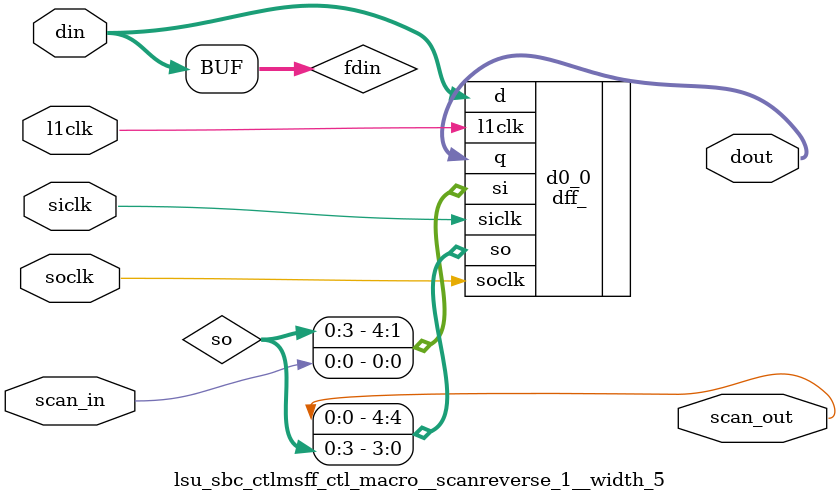
<source format=v>
module lsu_sbc_ctl (
  l2clk, 
  scan_in, 
  tcu_pce_ov, 
  tcu_scan_en, 
  spc_aclk, 
  spc_bclk, 
  scan_out, 
  dec_st_inst_e, 
  dec_fpldst_inst_e, 
  dec_flush_lm, 
  dec_flush_lb, 
  dec_frf_r2_addr_e, 
  dcc_lendian_pre_m, 
  dcc_tte_vld_m, 
  dcc_ldst_sz_m, 
  dcc_tid_e, 
  dcc_blk_inst_m, 
  dcc_std_inst_m, 
  dcc_asi_load_m, 
  dcc_binit_st_b, 
  dcc_casa_inst_b, 
  dcc_exception_flush_b, 
  dcc_priv_b, 
  dcc_hpriv_b, 
  dcc_stb_diag_rd_m, 
  dcc_wr_error_inj_m, 
  dcc_sync_pipe_w, 
  lsu_va_b, 
  lsu_asi_error_inject_b31, 
  lsu_asi_error_inject_b17, 
  lsu_asi_error_inject_b19, 
  lsu_asi_error_inject, 
  lsu_lsu_pmen, 
  tlu_flush_lsu_b, 
  tlu_cerer_sbdpc, 
  tlu_cerer_sbdpu, 
  tlu_cerer_sbapp, 
  tlu_cerer_sbdiou, 
  sbs0_stb_wptr_m, 
  sbs1_stb_wptr_m, 
  sbs2_stb_wptr_m, 
  sbs3_stb_wptr_m, 
  sbs4_stb_wptr_m, 
  sbs5_stb_wptr_m, 
  sbs6_stb_wptr_m, 
  sbs7_stb_wptr_m, 
  sbs0_stb_rptr, 
  sbs1_stb_rptr, 
  sbs2_stb_rptr, 
  sbs3_stb_rptr, 
  sbs4_stb_rptr, 
  sbs5_stb_rptr, 
  sbs6_stb_rptr, 
  sbs7_stb_rptr, 
  sbs_pcx_rq_vld, 
  sbs_atm_rq_vld, 
  sbs_asi_rq_vld, 
  sbs0_state_vld, 
  sbs1_state_vld, 
  sbs2_state_vld, 
  sbs3_state_vld, 
  sbs4_state_vld, 
  sbs5_state_vld, 
  sbs6_state_vld, 
  sbs7_state_vld, 
  sbs0_state_ced, 
  sbs1_state_ced, 
  sbs2_state_ced, 
  sbs3_state_ced, 
  sbs4_state_ced, 
  sbs5_state_ced, 
  sbs6_state_ced, 
  sbs7_state_ced, 
  sbs0_st_type, 
  sbs1_st_type, 
  sbs2_st_type, 
  sbs3_st_type, 
  sbs4_st_type, 
  sbs5_st_type, 
  sbs6_st_type, 
  sbs7_st_type, 
  sbs_state_asi_rngf, 
  sbs_pcx_pst_ie_p4, 
  sbs_bst_req, 
  sbs_asi_indet_req, 
  sbs_asi_indet_retire, 
  sbs_rmo_st_p4, 
  sbs_blk_st_p4, 
  sbs_stb_empty, 
  stb_cam_hit, 
  stb_cam_mhit, 
  stb_ld_part_raw, 
  stb_cam_hit_ptr, 
  stb_cam_data, 
  stb_cam_addr_b39, 
  stb_cecc_err, 
  stb_uecc_err, 
  stb_ram_ctl, 
  stb_cam_perr, 
  lmd_asi_asi, 
  lmd_asi_type, 
  lmc_ld_inst_w, 
  lmc_asi_indet_retire, 
  pic_st_pcx_sel_p3, 
  pic_st_asi_sel_p3, 
  pic_asi_sel_p4, 
  tlb_pgnum_b39, 
  tlb_tte_ie_b, 
  tlb_cam_mhit, 
  fgu_fst_ecc_error_fx2, 
  sed_bist_cmp_0, 
  sed_bist_cmp_1, 
  sed_bist_cmp_2, 
  sed_bist_cmp_3, 
  lbist_run, 
  mbi_run, 
  mbi_addr, 
  mbi_wdata, 
  mbi_stb_cam_read_en, 
  mbi_stb_cam_write_en, 
  mbi_stb_ram_read_en, 
  mbi_stb_ram_write_en, 
  bist_srm_rd_1, 
  bist_scm_rd_1, 
  sbc_thread_b, 
  sbc_st_int_sel_m, 
  sbc_std_le_m, 
  sbc_st_le_if_ie_m, 
  sbc_st_le_not_ie_m, 
  sbc_st_sz_m, 
  sbc_inv_addr_prty, 
  sbc_inv_ecc, 
  sbc_stb_ctl_data, 
  sbc_twocycle_inst_w, 
  sbc_tte_vld_b, 
  sbc_cam_wvld_m, 
  sbc_cam_wptr_vld_m, 
  sbc_cam_rptr_vld, 
  sbc_cam_rwptr, 
  sbc_cam_line_en_m, 
  sbc_ram_wptr_vld_b, 
  sbc_ram_rptr_vld, 
  sbc_ram_wptr, 
  sbc_ram_rptr, 
  sbc_cam_tid, 
  sbc_diag_wptr_w3, 
  sbc_st_rq_p2, 
  sbc_st_atomic_p2, 
  sbc_pcx_rq_p3, 
  sbc_asi_rq_p3, 
  sbc_st_sel_p3, 
  sbc_bst_sel, 
  sbc_st_sel_tid_p4, 
  sbc_st_pcx_nc, 
  sbc_pcx_bmask, 
  sbc_pcx_addr, 
  sbc_pcx_rmo_st, 
  sbc_pcx_blk_st, 
  sbc_st_asi_fs, 
  sbc_st_addr_new, 
  sbc_spd_clken, 
  sbc_ramout_clken, 
  sbc_tidb_eq_tidw, 
  sbc_tid_m, 
  sbc_st_atom_p3, 
  sbc_load_bst_addr, 
  sbc_bst_in_prog_m, 
  sbc_bst_in_prog_b, 
  sbc_bst_offset, 
  sbc_rmo_st_b, 
  sbc_rawp_rst, 
  sbc_fgu_ecc_b, 
  sbc_bst_rd_err, 
  sbc_pid_kill_store_p4_, 
  sbc_pic_kill_store_p4_, 
  sbc_sbs_kill_store_p4_, 
  sbc_force_inv, 
  sbc_st_type_p4, 
  sbc_blk_inst_b, 
  sbc_indet_block_p3, 
  lsu_block_store_stall, 
  lsu_block_store_rd, 
  lsu_block_store_tid, 
  lsu_block_store_alloc, 
  lsu_block_store_b, 
  lsu_block_store_m, 
  lsu_sbdpc_err_g, 
  lsu_sbdpu_err_g, 
  lsu_sbapp_err_g, 
  lsu_sbdiou_err_g, 
  lsu_stberr_index_g, 
  lsu_stberr_priv_g, 
  lsu_stb_flush_g, 
  lsu_frf_read_pending, 
  sbc_mbi_run, 
  lsu_mbi_stb_cam_fail, 
  lsu_mbi_stb_ram_fail, 
  lsu_mbi_scm_hit, 
  lsu_mbi_scm_mhit, 
  lsu_mbi_scm_hit_ptr, 
  lsu_mbi_scm_praw);
wire se;
wire pce_ov;
wire stop;
wire siclk;
wire soclk;
wire stb_clken;
wire stb_cam_wptr_vld_m;
wire stb_cam_wptr_vld_b;
wire stb_cam_wptr_vld_w;
wire st_rq_p1;
wire st_rq_p2;
wire st_rq_p3;
wire st_rq_p4;
wire l1clk_pm1;
wire l1clk;
wire dff_flush_b_scanin;
wire dff_flush_b_scanout;
wire local_flush_b;
wire flush_b;
wire pipe_flush_b;
wire dff_flush_w_scanin;
wire dff_flush_w_scanout;
wire flush_w;
wire dff_inst_m_scanin;
wire dff_inst_m_scanout;
wire [4:3] bst_addr_m;
wire st_inst_vld_m;
wire dff_ldst_fp_m_scanin;
wire dff_ldst_fp_m_scanout;
wire ldst_fp_m;
wire bst_in_prog_m;
wire [1:0] st_sz_m;
wire std_inst_b;
wire [1:0] st_sz_b;
wire dff_ldst_sz_b_scanin;
wire dff_ldst_sz_b_scanout;
wire tidm_eq_tidb;
wire [2:0] tid_m;
wire [2:0] tid_b;
wire dff_st_w_scanin;
wire dff_st_w_scanout;
wire casa_inst_w;
wire st_lendian_b;
wire lendian_pre_b;
wire st_pre_le_m;
wire block_store_lendian;
wire std_le_m;
wire st_le_if_ie_m;
wire st_le_not_ie_m;
wire dff_st_le_b_scanin;
wire dff_st_le_b_scanout;
wire stb_cam_hit_b;
wire stb_cam_mhit_b;
wire stb_ld_part_raw_b;
wire [2:0] stb_cam_hit_ptr_b;
wire dff_cam_hit_scanin;
wire dff_cam_hit_scanout;
wire [2:0] tid_w;
wire stb_cam_hit_w;
wire stb_cam_mhit_w;
wire stb_ld_part_raw_w;
wire [2:0] stb_cam_hit_ptr_w;
wire full_raw_w;
wire io_or_asi_load_w;
wire [7:0] thread_w;
wire [7:0] thread_m;
wire mbi_run_local;
wire dff_ram_wptr_vld_b_scanin;
wire dff_ram_wptr_vld_b_scanout;
wire stb_ram_wptr_vld_b;
wire std_inst_w;
wire dff_stb_wptr_vld_w_scanin;
wire dff_stb_wptr_vld_w_scanout;
wire unflushed_store_w;
wire [2:0] tid_e;
wire bst_in_prog_e;
wire [2:0] bst_tid;
wire dff_tid_m_scanin;
wire dff_tid_m_scanout;
wire dff_thread_b_scanin;
wire dff_thread_b_scanout;
wire [7:0] thread_b;
wire [2:0] stb_wptr;
wire [2:0] cam_wptr_m;
wire st_pcx_rq_p2;
wire st_asi_rq_p2;
wire any_bst_req;
wire stb_diag_rd_w;
wire [5:3] va_w;
wire [2:0] st_rd_tid;
wire [2:0] stb_rptr_pcx;
wire dff_cam_wptr_scanin;
wire dff_cam_wptr_scanout;
wire [2:0] cam_wptr_b;
wire [2:0] cam_wptr_w;
wire [2:0] cam_wptr_w2;
wire [2:0] cam_wptr_w3;
wire dff_ram_rptr_scanin;
wire dff_ram_rptr_scanout;
wire [2:0] ram_rptr_d1;
wire stb_diag_rd_b_in;
wire ram_rptr_vld_2;
wire [2:0] ram_rptr_d2;
wire stb_diag_rd_b;
wire [7:0] st_rd_thread;
wire [7:0] asi_rq_vld;
wire asi_indet_block;
wire asi_indet_sel_qual_p2;
wire asi_indet_sel_p3;
wire asi_rq_blocked_p1;
wire [7:0] pcx_rq_vld;
wire [7:0] st_rq_vld_p1;
wire [7:0] st_rq_sel_p2;
wire [7:0] st_sel_p3;
wire [7:0] st_rq_asi_p1;
wire dff_st_rq_p2_scanin;
wire dff_st_rq_p2_scanout;
wire [7:0] st_rq_vld_p2;
wire [7:0] st_rq_asi_p2;
wire asi_rq_blocked_p2;
wire stb_hazard_p2;
wire st_pcx_rq_p3;
wire st_asi_rq_p3;
wire st_lru8_scanin;
wire st_lru8_scanout;
wire [7:0] st_lru_update_p3;
wire [7:0] st_rq_sel_unqual_p2;
wire st_asi_unqual_p2;
wire [2:0] st_tid_p2;
wire asi_indet_sel_p2;
wire dff_indet_temp_scanin;
wire dff_indet_temp_scanout;
wire asi_rq_blocked_p3;
wire indet_block_req_p2;
wire indet_block_req_p3;
wire [7:0] bst_sel;
wire dff_st_sel_p3_scanin;
wire dff_st_sel_p3_scanout;
wire [7:0] st_rq_sel_p3;
wire [7:0] st_atom_p3;
wire st_asi_fs_p3;
wire asi_indet_in;
wire dff_asi_indet_scanin;
wire dff_asi_indet_scanout;
wire dff_st_sel_p4_scanin;
wire dff_st_sel_p4_scanout;
wire [7:0] st_sel_p4;
wire st_asi_sel_p4;
wire st_pcx_sel_p4;
wire [2:0] st_sel_tid_p4;
wire bst_p2;
wire pst_ie_p4;
wire [7:0] bmask_ie;
wire [1:0] st_type_enc;
wire dff_cerer_scanin;
wire dff_cerer_scanout;
wire cerer_sbdpc;
wire cerer_sbdpu;
wire cerer_sbapp;
wire cerer_sbdiou;
wire sbdpc_err;
wire st_err_flush;
wire sbdpu_err;
wire sbapp_err;
wire sbdiou_err;
wire kill_store_p4_;
wire [1:0] stb_priv;
wire dff_stb_err_scanin;
wire dff_stb_err_scanout;
wire [7:0] fatal_err_cond_in;
wire [7:0] fatal_err_cond;
wire dff_fatal_err_scanin;
wire dff_fatal_err_scanout;
wire dff_bst_addr_pipe_scanin;
wire dff_bst_addr_pipe_scanout;
wire [4:3] bst_addr_b;
wire [4:3] bst_addr0_in;
wire [4:3] bst_addr0;
wire [4:3] bst_addr1_in;
wire [4:3] bst_addr1;
wire [4:3] bst_addr2_in;
wire [4:3] bst_addr2;
wire [4:3] bst_addr3_in;
wire [4:3] bst_addr3;
wire [4:3] bst_addr4_in;
wire [4:3] bst_addr4;
wire [4:3] bst_addr5_in;
wire [4:3] bst_addr5;
wire [4:3] bst_addr6_in;
wire [4:3] bst_addr6;
wire [4:3] bst_addr7_in;
wire [4:3] bst_addr7;
wire dff_bst_addr_scanin;
wire dff_bst_addr_scanout;
wire [7:0] bst_lendian_in;
wire [7:0] bst_lendian;
wire dff_bst_lendian_scanin;
wire dff_bst_lendian_scanout;
wire bst_busy_rst;
wire [2:0] bst_count;
wire bst_busy_in;
wire bst_busy;
wire dff_bst_busy_scanin;
wire dff_bst_busy_scanout;
wire bst_busy_out;
wire bst_lru8_scanin;
wire bst_lru8_scanout;
wire [7:0] bst_sel_unqual_p;
wire dff_bst_req_scanin;
wire dff_bst_req_scanout;
wire [7:0] bst_sel_unqual;
wire frf_read_pending;
wire [7:0] block_store_thread;
wire [2:0] bst_tid_in;
wire dff_bst_tid_scanin;
wire dff_bst_tid_scanout;
wire bst_in_prog_b;
wire rmo_st_w;
wire dff_rmo_st_w_scanin;
wire dff_rmo_st_w_scanout;
wire dff_bst_seq_scanin;
wire dff_bst_seq_scanout;
wire bst_p1;
wire bst_p2_in;
wire bst_p3;
wire [2:0] bst_count_in;
wire dff_bst_count_scanin;
wire dff_bst_count_scanout;
wire bst_err_p3;
wire dff_bst_rd_err_scanin;
wire dff_bst_rd_err_scanout;
wire bst_err_p4;
wire dff_std_seq_scanin;
wire dff_std_seq_scanout;
wire dff_praw_ctl_w_scanin;
wire dff_praw_ctl_w_scanout;
wire io_or_asi_load_b;
wire asi_load_b;
wire [2:0] last_stb_wptr_w;
wire [2:0] rawp_id_w;
wire [2:0] rawp_id0;
wire [2:0] rawp_id0_hold;
wire dff_rawp_id0_scanin;
wire dff_rawp_id0_scanout;
wire [7:0] dec_rawp_id0;
wire [2:0] rawp_id1;
wire [2:0] rawp_id1_hold;
wire dff_rawp_id1_scanin;
wire dff_rawp_id1_scanout;
wire [7:0] dec_rawp_id1;
wire [2:0] rawp_id2;
wire [2:0] rawp_id2_hold;
wire dff_rawp_id2_scanin;
wire dff_rawp_id2_scanout;
wire [7:0] dec_rawp_id2;
wire [2:0] rawp_id3;
wire [2:0] rawp_id3_hold;
wire dff_rawp_id3_scanin;
wire dff_rawp_id3_scanout;
wire [7:0] dec_rawp_id3;
wire [2:0] rawp_id4;
wire [2:0] rawp_id4_hold;
wire dff_rawp_id4_scanin;
wire dff_rawp_id4_scanout;
wire [7:0] dec_rawp_id4;
wire [2:0] rawp_id5;
wire [2:0] rawp_id5_hold;
wire dff_rawp_id5_scanin;
wire dff_rawp_id5_scanout;
wire [7:0] dec_rawp_id5;
wire [2:0] rawp_id6;
wire [2:0] rawp_id6_hold;
wire dff_rawp_id6_scanin;
wire dff_rawp_id6_scanout;
wire [7:0] dec_rawp_id6;
wire [2:0] rawp_id7;
wire [2:0] rawp_id7_hold;
wire dff_rawp_id7_scanin;
wire dff_rawp_id7_scanout;
wire [7:0] dec_rawp_id7;
wire [2:0] priv_enc;
wire inv_addr_prty_m;
wire inv_ecc_m;
wire dff_error_inj_scanin;
wire dff_error_inj_scanout;
wire inv_addr_prty_b;
wire inv_ecc_b;
wire dff_bist_in_scanin;
wire dff_bist_in_scanout;
wire bist_scm_cmp_en;
wire bist_srm_cmp_en;
wire stb_cam_fail;
wire stb_ram_fail;
wire dff_bist_fail_scanin;
wire dff_bist_fail_scanout;
wire frf_read_out;
wire frf_read_pending_in;
wire dff_frf_read_scanin;
wire dff_frf_read_scanout;
wire spares_scanin;
wire spares_scanout;
wire [2:0] unused;
wire indet_block_req_p4;


input		l2clk;
input 		scan_in;
input 		tcu_pce_ov;		// scan signals
input		tcu_scan_en;
input 		spc_aclk;
input 		spc_bclk;
output		scan_out;

input		dec_st_inst_e;
input		dec_fpldst_inst_e;
input		dec_flush_lm;
input		dec_flush_lb;
input	[4:3]	dec_frf_r2_addr_e;

input		dcc_lendian_pre_m;
input		dcc_tte_vld_m;
input	[1:0]	dcc_ldst_sz_m;
input	[2:0]	dcc_tid_e;
input		dcc_blk_inst_m;
input		dcc_std_inst_m;
input		dcc_asi_load_m;
input		dcc_binit_st_b;
input		dcc_casa_inst_b;
input		dcc_exception_flush_b;
input		dcc_priv_b;
input		dcc_hpriv_b;
input		dcc_stb_diag_rd_m;
input		dcc_wr_error_inj_m;
input		dcc_sync_pipe_w;

input	[5:3]	lsu_va_b;
input		lsu_asi_error_inject_b31; 
input		lsu_asi_error_inject_b17; 
input		lsu_asi_error_inject_b19; 
input	[6:0]	lsu_asi_error_inject; 
input		lsu_lsu_pmen;

input		tlu_flush_lsu_b;
input		tlu_cerer_sbdpc;
input		tlu_cerer_sbdpu;
input		tlu_cerer_sbapp;
input		tlu_cerer_sbdiou;

input	[2:0]	sbs0_stb_wptr_m;
input	[2:0]	sbs1_stb_wptr_m;
input	[2:0]	sbs2_stb_wptr_m;
input	[2:0]	sbs3_stb_wptr_m;
input	[2:0]	sbs4_stb_wptr_m;
input	[2:0]	sbs5_stb_wptr_m;
input	[2:0]	sbs6_stb_wptr_m;
input	[2:0]	sbs7_stb_wptr_m;
input	[2:0]	sbs0_stb_rptr;
input	[2:0]	sbs1_stb_rptr;
input	[2:0]	sbs2_stb_rptr;
input	[2:0]	sbs3_stb_rptr;
input	[2:0]	sbs4_stb_rptr;
input	[2:0]	sbs5_stb_rptr;
input	[2:0]	sbs6_stb_rptr;
input	[2:0]	sbs7_stb_rptr;
input	[7:0]	sbs_pcx_rq_vld;		// Request for pcx - one per thread
input	[7:0]	sbs_atm_rq_vld;		// Atomic request (CAS)
input	[7:0]	sbs_asi_rq_vld;		// Request for asi - one per thread
input	[7:0]	sbs0_state_vld;
input	[7:0]	sbs1_state_vld;
input	[7:0]	sbs2_state_vld;
input	[7:0]	sbs3_state_vld;
input	[7:0]	sbs4_state_vld;
input	[7:0]	sbs5_state_vld;
input	[7:0]	sbs6_state_vld;
input	[7:0]	sbs7_state_vld;
input	[7:0]	sbs0_state_ced;
input	[7:0]	sbs1_state_ced;
input	[7:0]	sbs2_state_ced;
input	[7:0]	sbs3_state_ced;
input	[7:0]	sbs4_state_ced;
input	[7:0]	sbs5_state_ced;
input	[7:0]	sbs6_state_ced;
input	[7:0]	sbs7_state_ced;
input	[1:0]	sbs0_st_type;
input	[1:0]	sbs1_st_type;
input	[1:0]	sbs2_st_type;
input	[1:0]	sbs3_st_type;
input	[1:0]	sbs4_st_type;
input	[1:0]	sbs5_st_type;
input	[1:0]	sbs6_st_type;
input	[1:0]	sbs7_st_type;
input	[7:0]	sbs_state_asi_rngf;
input	[7:0]	sbs_pcx_pst_ie_p4;
input	[7:0]	sbs_bst_req;
input	[7:0]	sbs_asi_indet_req;
input	[7:0]	sbs_asi_indet_retire;
input	[7:0]	sbs_rmo_st_p4;
input	[7:0]	sbs_blk_st_p4;
input	[7:0]	sbs_stb_empty;

input		stb_cam_hit;
input		stb_cam_mhit;
input		stb_ld_part_raw;
input	[2:0]	stb_cam_hit_ptr;
input	[7:0]	stb_cam_data;		// Byte mask (also has ASI value for internal ASI stores)
input		stb_cam_addr_b39;
input		stb_cecc_err;
input		stb_uecc_err;
input	[2:0]	stb_ram_ctl;

input		stb_cam_perr;		// parity error occured on CAM read

input	[7:0]	lmd_asi_asi;
input	[1:0]	lmd_asi_type;

input		lmc_ld_inst_w;		// Unflushed load in W
input		lmc_asi_indet_retire;

input		pic_st_pcx_sel_p3;	// STB gets access to pcx
input		pic_st_asi_sel_p3;		// STB gets access to asi
input		pic_asi_sel_p4;

input		tlb_pgnum_b39;
input		tlb_tte_ie_b;
input		tlb_cam_mhit;

input		fgu_fst_ecc_error_fx2;

input		sed_bist_cmp_0;
input		sed_bist_cmp_1;
input		sed_bist_cmp_2;
input		sed_bist_cmp_3;

input		lbist_run;
input		mbi_run;
input	[5:0]	mbi_addr;
input	[2:0]	mbi_wdata;
input		mbi_stb_cam_read_en;
input		mbi_stb_cam_write_en;
input		mbi_stb_ram_read_en;
input		mbi_stb_ram_write_en;
output		bist_srm_rd_1;
output		bist_scm_rd_1;

output	[7:0]	sbc_thread_b;
output		sbc_st_int_sel_m;
output		sbc_std_le_m;
output		sbc_st_le_if_ie_m;
output		sbc_st_le_not_ie_m;
output	[1:0]	sbc_st_sz_m;
output		sbc_inv_addr_prty;
output	[6:0]	sbc_inv_ecc;
output	[2:0]	sbc_stb_ctl_data;
output		sbc_twocycle_inst_w;
output		sbc_tte_vld_b;		// tlb_miss not accounted for

output	[7:0]	sbc_cam_wvld_m;
output		sbc_cam_wptr_vld_m;	// enable stb_cam write
output		sbc_cam_rptr_vld;
output	[5:0]	sbc_cam_rwptr;		// stb_cam write pointer
output	[7:0]	sbc_cam_line_en_m;
output		sbc_ram_wptr_vld_b;	// enable stb_ram write
output		sbc_ram_rptr_vld;
output	[5:0]	sbc_ram_wptr;		// stb_ram write pointer
output	[5:0]	sbc_ram_rptr;		// stb_ram read pointer
output	[2:0]	sbc_cam_tid;		// stb_cam lookup tid
output	[2:0]	sbc_diag_wptr_w3;

output		sbc_st_rq_p2;
output		sbc_st_atomic_p2;
output		sbc_pcx_rq_p3;		// STB wants access to the pcx
output		sbc_asi_rq_p3;		// STB wants access to the asi
output	[7:0]	sbc_st_sel_p3;		// Selected thread in P3 (not qual'ed with store select)
output	[7:0]	sbc_bst_sel;
output	[2:0]	sbc_st_sel_tid_p4;		
output		sbc_st_pcx_nc;		
output	[7:0]	sbc_pcx_bmask;		// Byte mask for pcx requests
output	[2:0]	sbc_pcx_addr;		// Byte mask for pcx requests
output		sbc_pcx_rmo_st;		// Store in P4 is RMO
output		sbc_pcx_blk_st;		// Store in P4 is block store
output		sbc_st_asi_fs;
output	[7:0]	sbc_st_addr_new;
output		sbc_spd_clken;
output		sbc_ramout_clken;
output		sbc_tidb_eq_tidw;
output	[2:0]	sbc_tid_m;
output	[7:0]	sbc_st_atom_p3;
output		sbc_load_bst_addr;	// Enables the bst addr register in sbd
output		sbc_bst_in_prog_m;
output		sbc_bst_in_prog_b;
output	[2:0]	sbc_bst_offset;
output		sbc_rmo_st_b;
output	[7:0]	sbc_rawp_rst;
output		sbc_fgu_ecc_b;
output		sbc_bst_rd_err;
output		sbc_pid_kill_store_p4_;
output		sbc_pic_kill_store_p4_;
output		sbc_sbs_kill_store_p4_;
output		sbc_force_inv;
output	[2:0]	sbc_st_type_p4;
output		sbc_blk_inst_b;
output		sbc_indet_block_p3;

output		lsu_block_store_stall;
output	[4:3]	lsu_block_store_rd;
output	[2:0]	lsu_block_store_tid;
output	[7:0]	lsu_block_store_alloc;
output	[7:0]	lsu_block_store_b;
output		lsu_block_store_m;

output		lsu_sbdpc_err_g;
output		lsu_sbdpu_err_g;
output		lsu_sbapp_err_g;
output		lsu_sbdiou_err_g;
output	[2:0]	lsu_stberr_index_g;
output	[1:0]	lsu_stberr_priv_g;
output		lsu_stb_flush_g;

output		lsu_frf_read_pending;

output		sbc_mbi_run;
output		lsu_mbi_stb_cam_fail;
output		lsu_mbi_stb_ram_fail;
output		lsu_mbi_scm_hit;
output		lsu_mbi_scm_mhit;
output	[2:0]	lsu_mbi_scm_hit_ptr;
output		lsu_mbi_scm_praw;

// scan renames
assign se = tcu_scan_en;
assign pce_ov = tcu_pce_ov;
assign stop = 1'b0;
assign siclk = spc_aclk;
assign soclk = spc_bclk;
// end scan

//////////////////////////////
// Clock header
//////////////////////////////

assign stb_clken = stb_cam_wptr_vld_m | stb_cam_wptr_vld_b | stb_cam_wptr_vld_w | 
                   st_rq_p1 | st_rq_p2 | st_rq_p3 | st_rq_p4 | mbi_run | ~lsu_lsu_pmen;

lsu_sbc_ctll1clkhdr_ctl_macro clkgen_stb (
        .l2clk  (l2clk                          ),
        .l1en   (stb_clken                      ),
        .l1clk  (l1clk_pm1                      ),
  .pce_ov(pce_ov),
  .stop(stop),
  .se(se)
);

lsu_sbc_ctll1clkhdr_ctl_macro clkgen (
        .l2clk  (l2clk                          ),
        .l1en   (1'b1                           ),
        .l1clk  (l1clk                          ),
  .pce_ov(pce_ov),
  .stop(stop),
  .se(se)
);

//////////////////////////////
// Flush logic
//////////////////////////////

lsu_sbc_ctlmsff_ctl_macro__width_1 dff_flush_b  (
	.scan_in(dff_flush_b_scanin),
	.scan_out(dff_flush_b_scanout),
	.din	(dec_flush_lm),
	.dout	(local_flush_b),
  .l1clk(l1clk),
  .siclk(siclk),
  .soclk(soclk)
);

assign flush_b = tlu_flush_lsu_b | dec_flush_lb | local_flush_b | dcc_exception_flush_b;
assign pipe_flush_b = dec_flush_lb | local_flush_b;

lsu_sbc_ctlmsff_ctl_macro__width_1 dff_flush_w  (
	.scan_in(dff_flush_w_scanin),
	.scan_out(dff_flush_w_scanout),
	.din	(flush_b),
	.dout	(flush_w),
  .l1clk(l1clk),
  .siclk(siclk),
  .soclk(soclk)
);

///////////////////////////////////////////////////
lsu_sbc_ctlmsff_ctl_macro__width_3 dff_inst_m  (
	.scan_in(dff_inst_m_scanin),
	.scan_out(dff_inst_m_scanout),
	.din	({dec_frf_r2_addr_e[4:3],dec_st_inst_e}),
	.dout	({bst_addr_m[4:3],       st_inst_vld_m}),
  .l1clk(l1clk),
  .siclk(siclk),
  .soclk(soclk)
);


////////////////////////////////////////////////////////////////////////////////
// Store data source selects
////////////////////////////////////////////////////////////////////////////////

// M stage
// Select between integer store and fp stores.  FP stores can be 32b or
// 64b. 
lsu_sbc_ctlmsff_ctl_macro__width_1 dff_ldst_fp_m  (
	.scan_in(dff_ldst_fp_m_scanin),
	.scan_out(dff_ldst_fp_m_scanout),
	.din	(dec_fpldst_inst_e),
	.dout	(ldst_fp_m),
  .l1clk(l1clk),
  .siclk(siclk),
  .soclk(soclk)
);

assign sbc_st_int_sel_m = ~(ldst_fp_m | bst_in_prog_m);

////////////////////////////////////////////////////////////////////////////////
// Store data formatting
//
// Data must be swapped if little endian and then replicated for stores less
// than 8 bytes.
////////////////////////////////////////////////////////////////////////////////

// Force block stores to size=11.  CAS formats data over two cycles.
assign st_sz_m[1:0] = ((dcc_casa_inst_b | std_inst_b) ? st_sz_b[1:0] : dcc_ldst_sz_m[1:0]) |
                       {2{bst_in_prog_m}} ;

assign sbc_st_sz_m[1:0] = st_sz_m[1:0];

lsu_sbc_ctlmsff_ctl_macro__width_2 dff_ldst_sz_b  (
	.scan_in(dff_ldst_sz_b_scanin),
	.scan_out(dff_ldst_sz_b_scanout),
	.l1clk	(l1clk_pm1),
	.din	(st_sz_m[1:0]),
	.dout	(st_sz_b[1:0]),
  .siclk(siclk),
  .soclk(soclk)
);

assign tidm_eq_tidb = (tid_m[2:0] == tid_b[2:0]) & stb_cam_wptr_vld_b;

lsu_sbc_ctlmsff_ctl_macro__width_2 dff_st_w  (
	.scan_in(dff_st_w_scanin),
	.scan_out(dff_st_w_scanout),
	.l1clk	(l1clk_pm1),
	.din	({tidm_eq_tidb,     dcc_casa_inst_b}),
	.dout	({sbc_tidb_eq_tidw, casa_inst_w}),
  .siclk(siclk),
  .soclk(soclk)
);

// Endian swapping in sbd.  PE mux defaults to big endian.  Final qualification with TTE.IE will be
// done in sbd for timing reasons.
assign st_lendian_b = lendian_pre_b ^ (sbc_tte_vld_b & tlb_tte_ie_b);

assign st_pre_le_m = (dcc_casa_inst_b & st_lendian_b) |
                     (bst_in_prog_m & block_store_lendian) |
                     (st_inst_vld_m & dcc_lendian_pre_m);

assign std_le_m = std_inst_b & st_lendian_b;
assign st_le_if_ie_m =  (dcc_tte_vld_m & ~st_pre_le_m) | (~dcc_tte_vld_m & st_pre_le_m);
assign st_le_not_ie_m = (dcc_tte_vld_m &  st_pre_le_m) | (~dcc_tte_vld_m & st_pre_le_m);

assign sbc_std_le_m = std_le_m;
assign sbc_st_le_if_ie_m = st_le_if_ie_m;
assign sbc_st_le_not_ie_m = st_le_not_ie_m;

lsu_sbc_ctlmsff_ctl_macro__width_2 dff_st_le_b  (
	.scan_in(dff_st_le_b_scanin),
	.scan_out(dff_st_le_b_scanout),
	.l1clk	(l1clk_pm1),
	.din	({dcc_tte_vld_m,dcc_lendian_pre_m}),
	.dout	({sbc_tte_vld_b,    lendian_pre_b}),
  .siclk(siclk),
  .soclk(soclk)
);


////////////////////////////////////////////////////////////////////////////////
// STB array controls
////////////////////////////////////////////////////////////////////////////////

assign stb_cam_hit_b          = stb_cam_hit     & ~lbist_run;
assign stb_cam_mhit_b         = stb_cam_mhit    & ~lbist_run;
assign stb_ld_part_raw_b      = stb_ld_part_raw & ~lbist_run;
assign stb_cam_hit_ptr_b[2:0] = stb_cam_hit_ptr[2:0] & {3{~lbist_run}};

lsu_sbc_ctlmsff_ctl_macro__width_9 dff_cam_hit  (
	.scan_in(dff_cam_hit_scanin),
	.scan_out(dff_cam_hit_scanout),
	.din	({tid_b[2:0],stb_cam_hit_b,stb_cam_mhit_b,stb_ld_part_raw_b,stb_cam_hit_ptr_b[2:0]}),
	.dout	({tid_w[2:0],stb_cam_hit_w,stb_cam_mhit_w,stb_ld_part_raw_w,stb_cam_hit_ptr_w[2:0]}),
  .l1clk(l1clk),
  .siclk(siclk),
  .soclk(soclk)
);

assign lsu_mbi_scm_hit     = stb_cam_hit_w;
assign lsu_mbi_scm_mhit    = stb_cam_mhit_w;
assign lsu_mbi_scm_hit_ptr = stb_cam_hit_ptr_w[2:0];
assign lsu_mbi_scm_praw    = stb_ld_part_raw_w;

// stb ram is read on a full RAW 
// Note: There are cases (LDD/QUAD come to mind) where full_raw_w evaulates true but a bypass will
// not occur.  The full qualification is done in lsu_lmc_ctl.  In those cases, the stb will get read
// but the data will not be used.
assign full_raw_w = stb_cam_hit_w & ~(stb_cam_mhit_w | stb_ld_part_raw_w | io_or_asi_load_w | flush_w);

assign thread_w[0] = ~tid_w[2] & ~tid_w[1] & ~tid_w[0];
assign thread_w[1] = ~tid_w[2] & ~tid_w[1] &  tid_w[0];
assign thread_w[2] = ~tid_w[2] &  tid_w[1] & ~tid_w[0];
assign thread_w[3] = ~tid_w[2] &  tid_w[1] &  tid_w[0];
assign thread_w[4] =  tid_w[2] & ~tid_w[1] & ~tid_w[0];
assign thread_w[5] =  tid_w[2] & ~tid_w[1] &  tid_w[0];
assign thread_w[6] =  tid_w[2] &  tid_w[1] & ~tid_w[0];
assign thread_w[7] =  tid_w[2] &  tid_w[1] &  tid_w[0];

// Valid signals from each threads state determine which cam entries are valid.
assign sbc_cam_line_en_m[7:0] = ({8{thread_m[0]}} & sbs0_state_vld[7:0] |
                                 {8{thread_m[1]}} & sbs1_state_vld[7:0] |
                                 {8{thread_m[2]}} & sbs2_state_vld[7:0] |
                                 {8{thread_m[3]}} & sbs3_state_vld[7:0] |
                                 {8{thread_m[4]}} & sbs4_state_vld[7:0] |
                                 {8{thread_m[5]}} & sbs5_state_vld[7:0] |
                                 {8{thread_m[6]}} & sbs6_state_vld[7:0] |
                                 {8{thread_m[7]}} & sbs7_state_vld[7:0] ) |
                                 {8{mbi_run_local}} ;


// Write pointer generation

assign stb_cam_wptr_vld_m = (st_inst_vld_m | bst_in_prog_m) & ~mbi_run_local;	// does not include BIST
assign sbc_cam_wptr_vld_m = mbi_run_local ? mbi_stb_cam_write_en : 
                                            stb_cam_wptr_vld_m & ~(dcc_sync_pipe_w & (tid_m[2:0] == tid_w[2:0]));

lsu_sbc_ctlmsff_ctl_macro__width_1 dff_ram_wptr_vld_b  (
	.scan_in(dff_ram_wptr_vld_b_scanin),
	.scan_out(dff_ram_wptr_vld_b_scanout),
	.l1clk	(l1clk_pm1),
	.din	(stb_cam_wptr_vld_m),
	.dout	(stb_cam_wptr_vld_b),
  .siclk(siclk),
  .soclk(soclk)
);

assign stb_ram_wptr_vld_b = stb_cam_wptr_vld_b & ~(dcc_sync_pipe_w & (tid_b[2:0] == tid_w[2:0]));

assign sbc_ram_wptr_vld_b = mbi_run_local ? mbi_stb_ram_write_en : (stb_ram_wptr_vld_b | std_inst_w | casa_inst_w);

lsu_sbc_ctlmsff_ctl_macro__width_1 dff_stb_wptr_vld_w  (
	.scan_in(dff_stb_wptr_vld_w_scanin),
	.scan_out(dff_stb_wptr_vld_w_scanout),
	.l1clk	(l1clk_pm1),
	.din	(stb_cam_wptr_vld_b),
	.dout	(stb_cam_wptr_vld_w),
  .siclk(siclk),
  .soclk(soclk)
);

assign unflushed_store_w = stb_cam_wptr_vld_w & ~flush_w;

assign tid_e[2:0] = bst_in_prog_e ? bst_tid[2:0] : dcc_tid_e[2:0];

lsu_sbc_ctlmsff_ctl_macro__width_6 dff_tid_m  (
	.scan_in(dff_tid_m_scanin),
	.scan_out(dff_tid_m_scanout),
	.din	({tid_e[2:0],tid_m[2:0]}),
	.dout	({tid_m[2:0],tid_b[2:0]}),
  .l1clk(l1clk),
  .siclk(siclk),
  .soclk(soclk)
);

assign sbc_tid_m[2:0] = tid_m[2:0];

assign thread_m[0] = ~tid_m[2] & ~tid_m[1] & ~tid_m[0];
assign thread_m[1] = ~tid_m[2] & ~tid_m[1] &  tid_m[0];
assign thread_m[2] = ~tid_m[2] &  tid_m[1] & ~tid_m[0];
assign thread_m[3] = ~tid_m[2] &  tid_m[1] &  tid_m[0];
assign thread_m[4] =  tid_m[2] & ~tid_m[1] & ~tid_m[0];
assign thread_m[5] =  tid_m[2] & ~tid_m[1] &  tid_m[0];
assign thread_m[6] =  tid_m[2] &  tid_m[1] & ~tid_m[0];
assign thread_m[7] =  tid_m[2] &  tid_m[1] &  tid_m[0];

assign sbc_cam_wvld_m[0] = stb_cam_wptr_vld_m & thread_m[0];
assign sbc_cam_wvld_m[1] = stb_cam_wptr_vld_m & thread_m[1];
assign sbc_cam_wvld_m[2] = stb_cam_wptr_vld_m & thread_m[2];
assign sbc_cam_wvld_m[3] = stb_cam_wptr_vld_m & thread_m[3];
assign sbc_cam_wvld_m[4] = stb_cam_wptr_vld_m & thread_m[4];
assign sbc_cam_wvld_m[5] = stb_cam_wptr_vld_m & thread_m[5];
assign sbc_cam_wvld_m[6] = stb_cam_wptr_vld_m & thread_m[6];
assign sbc_cam_wvld_m[7] = stb_cam_wptr_vld_m & thread_m[7];

lsu_sbc_ctlmsff_ctl_macro__width_8 dff_thread_b  (
	.scan_in(dff_thread_b_scanin),
	.scan_out(dff_thread_b_scanout),
	.l1clk	(l1clk_pm1),
	.din	(thread_m[7:0]),
	.dout	(thread_b[7:0]),
  .siclk(siclk),
  .soclk(soclk)
);

assign sbc_thread_b[7:0] = thread_b[7:0];

assign stb_wptr[2:0] = {3{thread_m[0]}} & sbs0_stb_wptr_m[2:0] |
                       {3{thread_m[1]}} & sbs1_stb_wptr_m[2:0] |
                       {3{thread_m[2]}} & sbs2_stb_wptr_m[2:0] |
                       {3{thread_m[3]}} & sbs3_stb_wptr_m[2:0] |
                       {3{thread_m[4]}} & sbs4_stb_wptr_m[2:0] |
                       {3{thread_m[5]}} & sbs5_stb_wptr_m[2:0] |
                       {3{thread_m[6]}} & sbs6_stb_wptr_m[2:0] |
                       {3{thread_m[7]}} & sbs7_stb_wptr_m[2:0];

assign cam_wptr_m[2:0] = stb_wptr[2:0];

// CAM is 1rw.  Writes always have priority, so anything that generated a read must be deferred.
// 0in bits_on -var {sbc_cam_rptr_vld,sbc_cam_wptr_vld_m} -max 1 -message "stb_cam read/write contention"
// 0in bits_on -var {(st_pcx_rq_p2 | st_asi_rq_p2),any_bst_req,stb_diag_rd_w} -max 1

assign sbc_cam_rptr_vld =  mbi_run_local ? mbi_stb_cam_read_en : (st_pcx_rq_p2 | st_asi_rq_p2 | any_bst_req | stb_diag_rd_w);

// STB CAM is 1rw, so read and write pointers must be muxed.
// 0in bits_on -var {stb_cam_wptr_vld_m,stb_diag_rd_w,mbi_run_local} -max 1 -message "multiple stb_cam address selects"
assign sbc_cam_rwptr[5:0] = mbi_run_local ? mbi_addr[5:0] : 
       (({6{stb_cam_wptr_vld_m}}                    & {tid_m[2:0],cam_wptr_m[2:0]}) |		// write
        ({6{stb_diag_rd_w}}                         & {tid_w[2:0],va_w[5:3]}) |			// diag read
        ({6{~(stb_cam_wptr_vld_m | stb_diag_rd_w)}} & {st_rd_tid[2:0],stb_rptr_pcx[2:0]}));	// read for pcx/asi/bst
         
assign sbc_cam_tid[2:0] = mbi_run_local ? mbi_addr[5:3] : tid_m[2:0];

lsu_sbc_ctlmsff_ctl_macro__width_12 dff_cam_wptr  (
	.scan_in(dff_cam_wptr_scanin),
	.scan_out(dff_cam_wptr_scanout),
	.din	({cam_wptr_m[2:0],cam_wptr_b[2:0],cam_wptr_w[2:0], cam_wptr_w2[2:0]}),
	.dout	({cam_wptr_b[2:0],cam_wptr_w[2:0],cam_wptr_w2[2:0],cam_wptr_w3[2:0]}),
  .l1clk(l1clk),
  .siclk(siclk),
  .soclk(soclk)
);
assign sbc_diag_wptr_w3[2:0] = cam_wptr_w3[2:0];

assign sbc_ram_wptr[5:0] = mbi_run_local ? mbi_addr[5:0] :
                          ((std_inst_w | casa_inst_w) ? {tid_w[2:0],cam_wptr_w[2:0]} : {tid_b[2:0],cam_wptr_b[2:0]});

// Read pointer generation

// rptr_vld and rptr_pcx can be generated from an earlier pcx_rq signal.  The
// advantage of the later signal is that the array will only be read when
// absolutely necessary.
// 0in bits_on -var {(st_pcx_rq_p2 | st_asi_rq_p2),full_raw_w,stb_diag_rd_w} -max 1

assign sbc_ram_rptr_vld = mbi_run_local ? mbi_stb_ram_read_en :
                         ((st_pcx_rq_p2 | st_asi_rq_p2) |		// read for pcx/asi
                          full_raw_w |					// read for RAW bypass
                          any_bst_req |					// read for block store initiate
                          stb_diag_rd_w); 				// diag read

assign sbc_ram_rptr[5:0] = mbi_run_local ? mbi_addr[5:0] : 
                           (full_raw_w ? {tid_w[2:0],stb_cam_hit_ptr_w[2:0]} :			// read for RAW bypass
                            stb_diag_rd_w  ? {tid_w[2:0],va_w[5:3]} :				// diag read
                                                {st_rd_tid[2:0],stb_rptr_pcx[2:0]});		// read for pcx

lsu_sbc_ctlmsff_ctl_macro__width_12 dff_ram_rptr  (
	.scan_in(dff_ram_rptr_scanin),
	.scan_out(dff_ram_rptr_scanout),
	.din	({sbc_ram_rptr_vld,sbc_ram_rptr[2:0],ram_rptr_d1[2:0],lsu_va_b[5:3],
		  dcc_stb_diag_rd_m,stb_diag_rd_b_in}),
	.dout	({ram_rptr_vld_2,  ram_rptr_d1[2:0], ram_rptr_d2[2:0],va_w[5:3],
		  stb_diag_rd_b,    stb_diag_rd_w}),
  .l1clk(l1clk),
  .siclk(siclk),
  .soclk(soclk)
);

assign stb_diag_rd_b_in = stb_diag_rd_b & ~mbi_run_local;

assign sbc_ramout_clken = ram_rptr_vld_2 | ~lsu_lsu_pmen;

assign stb_rptr_pcx[2:0] = {3{st_rd_thread[0]}} & sbs0_stb_rptr[2:0] |
                           {3{st_rd_thread[1]}} & sbs1_stb_rptr[2:0] |
                           {3{st_rd_thread[2]}} & sbs2_stb_rptr[2:0] |
                           {3{st_rd_thread[3]}} & sbs3_stb_rptr[2:0] |
                           {3{st_rd_thread[4]}} & sbs4_stb_rptr[2:0] |
                           {3{st_rd_thread[5]}} & sbs5_stb_rptr[2:0] |
                           {3{st_rd_thread[6]}} & sbs6_stb_rptr[2:0] |
                           {3{st_rd_thread[7]}} & sbs7_stb_rptr[2:0];

// Update last stored address for pipelining comparisons
assign sbc_st_addr_new[0] = unflushed_store_w & thread_w[0];
assign sbc_st_addr_new[1] = unflushed_store_w & thread_w[1];
assign sbc_st_addr_new[2] = unflushed_store_w & thread_w[2];
assign sbc_st_addr_new[3] = unflushed_store_w & thread_w[3];
assign sbc_st_addr_new[4] = unflushed_store_w & thread_w[4];
assign sbc_st_addr_new[5] = unflushed_store_w & thread_w[5];
assign sbc_st_addr_new[6] = unflushed_store_w & thread_w[6];
assign sbc_st_addr_new[7] = unflushed_store_w & thread_w[7];

// Clock enables for pipe address flops

assign sbc_spd_clken = stb_cam_wptr_vld_m | stb_cam_wptr_vld_b | mbi_run_local | ~lsu_lsu_pmen;

////////////////////////////////////////////////////////////////////////////////
// PCX/ASI Arbitration
////////////////////////////////////////////////////////////////////////////////

/////////////////////////////////////////////////////
// P1 - receive requests from sbs
/////////////////////////////////////////////////////

// Turn off indeterminate ASI requests if they're blocked
// If an asi was selected in P2, clear the request since ASI can only issue
// every other cycle.
assign asi_rq_vld[7:0] = sbs_asi_rq_vld[7:0] & 
     ~(sbs_asi_indet_req[7:0] & {8{asi_indet_block | asi_indet_sel_qual_p2 | (asi_indet_sel_p3 & pic_st_asi_sel_p3)}});

assign asi_rq_blocked_p1 = |(sbs_asi_rq_vld[7:0] & sbs_asi_indet_req[7:0]) &
                            (asi_indet_block | asi_indet_sel_qual_p2 | (asi_indet_sel_p3 & pic_st_asi_sel_p3));

// Combine all requests for power management
assign st_rq_p1 = (|(sbs_pcx_rq_vld[7:0])) | (|(sbs_asi_rq_vld[7:0]));

// Turn off pcx requests for a thread during it's block store transfer.  Need to hold
// off until the end in case an ECC error occurs in the FGU.
assign pcx_rq_vld[7:0] = sbs_pcx_rq_vld[7:0] & ~lsu_block_store_b[7:0];

assign st_rq_vld_p1[7:0] = (pcx_rq_vld[7:0] | asi_rq_vld[7:0]) & ~st_rq_sel_p2[7:0] & ~st_sel_p3[7:0];
assign st_rq_asi_p1[7:0] = asi_rq_vld[7:0] & ~st_rq_sel_p2[7:0] & ~st_sel_p3[7:0];

lsu_sbc_ctlmsff_ctl_macro__width_18 dff_st_rq_p2  (
	.scan_in(dff_st_rq_p2_scanin),
	.scan_out(dff_st_rq_p2_scanout),
	.l1clk	(l1clk_pm1),
	.din	({st_rq_p1,st_rq_vld_p1[7:0],st_rq_asi_p1[7:0],asi_rq_blocked_p1}),
	.dout	({st_rq_p2,st_rq_vld_p2[7:0],st_rq_asi_p2[7:0],asi_rq_blocked_p2}),
  .siclk(siclk),
  .soclk(soclk)
);

/////////////////////////////////////////////////////
// P2 - arbitrate among the threads
/////////////////////////////////////////////////////

// Stores cannot request under the following conditions
// 1 - when a load in W is reading the STB for RAW bypass
// 2 - when another thread is reading the STB to initiate a block store
// 3 - when a store in M will be writing the STB
// 4 - when a STD or CASA in W needs to write the STB 
// 5 - when a diagnostic STB read is in M or W
assign stb_hazard_p2 = full_raw_w | any_bst_req | stb_cam_wptr_vld_m | std_inst_w | 
                       casa_inst_w | stb_diag_rd_w | st_pcx_rq_p3 | st_asi_rq_p3;

// Pseudo-LRU picker to choose the oldest thread for issuing to pcx.
lsu_lru8_ctl st_lru8 (
	.scan_in(st_lru8_scanin),
	.scan_out(st_lru8_scanout),
	.l1clk	(l1clk_pm1),
	.request(st_rq_vld_p2[7:0]),
	.enable	(st_lru_update_p3[7:0]),
	.select	(st_rq_sel_unqual_p2[7:0]),
  .spc_aclk(spc_aclk),
  .spc_bclk(spc_bclk)
);

assign st_rq_sel_p2[7:0] = st_rq_sel_unqual_p2[7:0] & {8{~stb_hazard_p2}};

assign st_asi_unqual_p2 = |(st_rq_sel_unqual_p2[7:0] & st_rq_asi_p2[7:0]);
assign st_pcx_rq_p2 = ~st_asi_unqual_p2 & |(st_rq_vld_p2[7:0]) & ~stb_hazard_p2;
assign st_asi_rq_p2 =  st_asi_unqual_p2 & |(st_rq_vld_p2[7:0]) & ~stb_hazard_p2;

// 0in arbiter -req st_rq_vld_p2[7:0] -gnt st_rq_sel_unqual_p2[7:0] -known_grant 

// Encode tid for use in STB read pointer
assign st_tid_p2[2] = st_rq_sel_p2[4] | st_rq_sel_p2[5] | st_rq_sel_p2[6] | st_rq_sel_p2[7];
assign st_tid_p2[1] = st_rq_sel_p2[2] | st_rq_sel_p2[3] | st_rq_sel_p2[6] | st_rq_sel_p2[7];
assign st_tid_p2[0] = st_rq_sel_p2[1] | st_rq_sel_p2[3] | st_rq_sel_p2[5] | st_rq_sel_p2[7];

// CAS tracking
assign sbc_st_atomic_p2 = |(st_rq_sel_p2[7:0] & sbs_atm_rq_vld[7:0]);

// Indeterminate asi tracking
assign asi_indet_sel_p2 = |(sbs_asi_indet_req[7:0] & st_rq_sel_unqual_p2[7:0]);

assign asi_indet_sel_qual_p2 = asi_indet_sel_p2 & ~stb_hazard_p2;

lsu_sbc_ctlmsff_ctl_macro__width_2 dff_indet_temp  (
	.scan_in(dff_indet_temp_scanin),
	.scan_out(dff_indet_temp_scanout),
	.l1clk	(l1clk_pm1),
	.din	({asi_indet_sel_qual_p2,asi_rq_blocked_p2}),
	.dout	({asi_indet_sel_p3,     asi_rq_blocked_p3}),
  .siclk(siclk),
  .soclk(soclk)
);

// To prevent indeterminates from getting locked out, block the next two cycles if an
// indeterminate gets picked, but not selected in p3.
assign indet_block_req_p2 = asi_indet_sel_p3 & ~pic_st_asi_sel_p3;
//assign sbc_indet_block_p3 = indet_block_req_p3 | indet_block_req_p4;
assign sbc_indet_block_p3 = indet_block_req_p3;
 
// Data for STB read pointers
assign st_rd_tid[2:0] = st_tid_p2[2:0] | ({3{any_bst_req}} & lsu_block_store_tid[2:0]);
assign st_rd_thread[7:0] = st_rq_sel_p2[7:0] | bst_sel[7:0];

assign sbc_st_rq_p2 = st_pcx_rq_p2 | st_asi_rq_p2;

lsu_sbc_ctlmsff_ctl_macro__width_11 dff_st_sel_p3  (
	.scan_in(dff_st_sel_p3_scanin),
	.scan_out(dff_st_sel_p3_scanout),
	.l1clk	(l1clk_pm1),
	.din	({st_rq_p2,st_rq_sel_p2[7:0],st_pcx_rq_p2,st_asi_rq_p2}),
	.dout	({st_rq_p3,st_rq_sel_p3[7:0],st_pcx_rq_p3,st_asi_rq_p3}),
  .siclk(siclk),
  .soclk(soclk)
);

assign st_atom_p3[7:0] = st_rq_sel_p3[7:0] & sbs_atm_rq_vld[7:0];

////////////////////////////////////
// P3 - pic selects load or store //
////////////////////////////////////

assign sbc_st_atom_p3[7:0] = st_atom_p3[7:0] & {8{pic_st_pcx_sel_p3}};

assign sbc_asi_rq_p3 = st_asi_rq_p3;
assign sbc_pcx_rq_p3 = st_pcx_rq_p3;

assign st_sel_p3[7:0] = st_rq_sel_p3[7:0] & {8{(pic_st_pcx_sel_p3 | pic_st_asi_sel_p3)}};
assign sbc_st_sel_p3[7:0] = st_rq_sel_p3[7:0];

assign st_lru_update_p3[7:0] = st_sel_p3[7:0] & {8{~asi_rq_blocked_p3}};

assign st_asi_fs_p3 = (st_sel_p3[0] & sbs_state_asi_rngf[0]) |
                      (st_sel_p3[1] & sbs_state_asi_rngf[1]) |
                      (st_sel_p3[2] & sbs_state_asi_rngf[2]) |
                      (st_sel_p3[3] & sbs_state_asi_rngf[3]) |
                      (st_sel_p3[4] & sbs_state_asi_rngf[4]) |
                      (st_sel_p3[5] & sbs_state_asi_rngf[5]) |
                      (st_sel_p3[6] & sbs_state_asi_rngf[6]) |
                      (st_sel_p3[7] & sbs_state_asi_rngf[7]);

// Must track indeterminate ASI stores.  Only one (across all threads) can
// be outstanding at any time.

assign asi_indet_in = (asi_indet_sel_p3 & pic_st_asi_sel_p3) | (asi_indet_block & ~|(sbs_asi_indet_retire[7:0]));

lsu_sbc_ctlmsff_ctl_macro__width_1 dff_asi_indet  (
	.scan_in(dff_asi_indet_scanin),
	.scan_out(dff_asi_indet_scanout),
	.din	(asi_indet_in),
	.dout	(asi_indet_block),
  .l1clk(l1clk),
  .siclk(siclk),
  .soclk(soclk)
);

/////////////////////////////////////
// P4 - data is valid from CAM/RAM //
/////////////////////////////////////

lsu_sbc_ctlmsff_ctl_macro__width_12 dff_st_sel_p4  (
	.scan_in(dff_st_sel_p4_scanin),
	.scan_out(dff_st_sel_p4_scanout),
	.l1clk	(l1clk_pm1),
	.din	({st_rq_p3,st_asi_fs_p3, st_sel_p3[7:0],pic_st_asi_sel_p3,pic_st_pcx_sel_p3}),
	.dout	({st_rq_p4,sbc_st_asi_fs,st_sel_p4[7:0],st_asi_sel_p4,    st_pcx_sel_p4}),
  .siclk(siclk),
  .soclk(soclk)
);

assign st_sel_tid_p4[2] = st_sel_p4[4] | st_sel_p4[5] | st_sel_p4[6] | st_sel_p4[7];
assign st_sel_tid_p4[1] = st_sel_p4[2] | st_sel_p4[3] | st_sel_p4[6] | st_sel_p4[7];
assign st_sel_tid_p4[0] = st_sel_p4[1] | st_sel_p4[3] | st_sel_p4[5] | st_sel_p4[7];

assign sbc_st_sel_tid_p4[2:0] = bst_p2 ? bst_tid[2:0] : st_sel_tid_p4[2:0];

// Partial store mask calculation
assign pst_ie_p4 = |(sbs_pcx_pst_ie_p4[7:0]);

assign bmask_ie[7:0] = {stb_cam_data[0],stb_cam_data[1],stb_cam_data[2],stb_cam_data[3],
                        stb_cam_data[4],stb_cam_data[5],stb_cam_data[6],stb_cam_data[7]};
assign sbc_pcx_bmask[7:0] = pst_ie_p4 ? bmask_ie[7:0] : stb_cam_data[7:0];

// Generate addr[2:0] based on byte mask.  It won't be correct for PST instructions, but
// the L2 shouldn't use the address bits for those anyway.
assign sbc_pcx_addr[2] = (!stb_cam_data[0]&stb_cam_data[2]) | (!stb_cam_data[1]&stb_cam_data[0]) |
                         (!stb_cam_data[2]&stb_cam_data[1]) | (!stb_cam_data[4]&stb_cam_data[3]);
assign sbc_pcx_addr[1] = (!stb_cam_data[5]&stb_cam_data[4]) | (!stb_cam_data[1]&stb_cam_data[0]) |
                         (!stb_cam_data[6]&stb_cam_data[5]) | (!stb_cam_data[2]&stb_cam_data[1]);
assign sbc_pcx_addr[0] = (!stb_cam_data[7]&stb_cam_data[6]) | (!stb_cam_data[5]&stb_cam_data[4]) |
                         (!stb_cam_data[3]&stb_cam_data[2]) | (!stb_cam_data[1]&stb_cam_data[0]);


assign sbc_pcx_rmo_st = |(sbs_rmo_st_p4[7:0]);
assign sbc_pcx_blk_st = |(sbs_blk_st_p4[7:0]);

// Store type muxing
assign st_type_enc[1:0] = ({2{st_sel_p4[0]}} & sbs0_st_type[1:0]) |
                          ({2{st_sel_p4[1]}} & sbs1_st_type[1:0]) |
                          ({2{st_sel_p4[2]}} & sbs2_st_type[1:0]) |
                          ({2{st_sel_p4[3]}} & sbs3_st_type[1:0]) |
                          ({2{st_sel_p4[4]}} & sbs4_st_type[1:0]) |
                          ({2{st_sel_p4[5]}} & sbs5_st_type[1:0]) |
                          ({2{st_sel_p4[6]}} & sbs6_st_type[1:0]) |
                          ({2{st_sel_p4[7]}} & sbs7_st_type[1:0]) ;

assign sbc_st_type_p4[2] = st_pcx_sel_p4 & st_type_enc[1];
assign sbc_st_type_p4[1] = st_pcx_sel_p4 ? st_type_enc[0] : st_type_enc[1];
assign sbc_st_type_p4[0] = st_pcx_sel_p4 ? (~st_type_enc[0] | st_type_enc[1]) : st_type_enc[0];

///////////////////////////////
// STB error detection
///////////////////////////////

lsu_sbc_ctlmsff_ctl_macro__width_4 dff_cerer  (
	.scan_in(dff_cerer_scanin),
	.scan_out(dff_cerer_scanout),
	.l1clk	(l1clk_pm1),
	.din	({tlu_cerer_sbdpc,tlu_cerer_sbdpu,tlu_cerer_sbapp,tlu_cerer_sbdiou}),
	.dout	({    cerer_sbdpc,    cerer_sbdpu,    cerer_sbapp,    cerer_sbdiou}),
  .siclk(siclk),
  .soclk(soclk)
);

assign sbdpc_err  = cerer_sbdpc & stb_cecc_err & ~stb_uecc_err & (st_pcx_sel_p4 | st_asi_sel_p4) & ~st_err_flush;
assign sbdpu_err  = cerer_sbdpu & stb_uecc_err & st_pcx_sel_p4 & ~stb_cam_addr_b39 & ~st_err_flush;
assign sbapp_err  = cerer_sbapp & stb_cam_perr & (st_pcx_sel_p4 | st_asi_sel_p4 | bst_p2) & ~st_err_flush;
assign sbdiou_err = cerer_sbdiou & stb_uecc_err & ((st_pcx_sel_p4 & stb_cam_addr_b39) | st_asi_sel_p4) & ~st_err_flush;

// Check that errors are never signaled during normal testing



assign kill_store_p4_ = ~(sbapp_err | sbdiou_err | (st_asi_sel_p4 & sbdpu_err) | st_err_flush);
assign sbc_pid_kill_store_p4_ = kill_store_p4_;
assign sbc_pic_kill_store_p4_ = kill_store_p4_;
assign sbc_sbs_kill_store_p4_ = kill_store_p4_;

// On UE for store and CAS, assert the inv bit of the pcx packet so the L2 stores NotData
assign sbc_force_inv = sbdpu_err;

// Decode the priv encodings
assign stb_priv[1] = (stb_ram_ctl[1]&!stb_ram_ctl[0]) | (!stb_ram_ctl[1]&stb_ram_ctl[0]) | (stb_ram_ctl[2]);
assign stb_priv[0] = (stb_ram_ctl[2]&!stb_ram_ctl[0]) | (!stb_ram_ctl[2]&stb_ram_ctl[0]) | (stb_ram_ctl[1]);

lsu_sbc_ctlmsff_ctl_macro__width_10 dff_stb_err  (
	.scan_in(dff_stb_err_scanin),
	.scan_out(dff_stb_err_scanout),
	.din	({sbdpc_err,      sbdpu_err,      sbapp_err,      sbdiou_err      ,
		  ram_rptr_d2[2:0],       stb_priv[1:0], st_err_flush}),
	.dout	({lsu_sbdpc_err_g,lsu_sbdpu_err_g,lsu_sbapp_err_g,lsu_sbdiou_err_g,
		  lsu_stberr_index_g[2:0],lsu_stberr_priv_g[1:0],lsu_stb_flush_g}),
  .l1clk(l1clk),
  .siclk(siclk),
  .soclk(soclk)
);

// When a "fatal" error occurs (one which kills a store), all other stores in the buffer should
// also be killed.  Keep a flag that indicates the error condition and kill all stores as they
// try to issue.  Once the stb is empty, reset the flag.
assign fatal_err_cond_in[7:0] = (({8{~kill_store_p4_}} & st_sel_p4[7:0]) | fatal_err_cond[7:0]) & ~sbs_stb_empty[7:0];

lsu_sbc_ctlmsff_ctl_macro__width_8 dff_fatal_err  (
	.scan_in(dff_fatal_err_scanin),
	.scan_out(dff_fatal_err_scanout),
	.din	(fatal_err_cond_in[7:0]),
	.dout	(fatal_err_cond[7:0]),
  .l1clk(l1clk),
  .siclk(siclk),
  .soclk(soclk)
);

assign st_err_flush = |(fatal_err_cond[7:0] & (st_sel_p4[7:0] | bst_sel[7:0]));

////////////////////////////////////////////////////////////////////////////////
// Block stores
////////////////////////////////////////////////////////////////////////////////

// Must hold onto Rd value for the bst to send back to decode.
lsu_sbc_ctlmsff_ctl_macro__width_3 dff_bst_addr_pipe  (
	.scan_in(dff_bst_addr_pipe_scanin),
	.scan_out(dff_bst_addr_pipe_scanout),
	.l1clk	(l1clk_pm1),
	.din	({bst_addr_m[4:3],dcc_blk_inst_m}),
	.dout	({bst_addr_b[4:3],sbc_blk_inst_b}),
  .siclk(siclk),
  .soclk(soclk)
);

assign bst_addr0_in[4:3] = (sbc_blk_inst_b & stb_cam_wptr_vld_b & thread_b[0] & ~pipe_flush_b) ? bst_addr_b[4:3] : bst_addr0[4:3];
assign bst_addr1_in[4:3] = (sbc_blk_inst_b & stb_cam_wptr_vld_b & thread_b[1] & ~pipe_flush_b) ? bst_addr_b[4:3] : bst_addr1[4:3];
assign bst_addr2_in[4:3] = (sbc_blk_inst_b & stb_cam_wptr_vld_b & thread_b[2] & ~pipe_flush_b) ? bst_addr_b[4:3] : bst_addr2[4:3];
assign bst_addr3_in[4:3] = (sbc_blk_inst_b & stb_cam_wptr_vld_b & thread_b[3] & ~pipe_flush_b) ? bst_addr_b[4:3] : bst_addr3[4:3];
assign bst_addr4_in[4:3] = (sbc_blk_inst_b & stb_cam_wptr_vld_b & thread_b[4] & ~pipe_flush_b) ? bst_addr_b[4:3] : bst_addr4[4:3];
assign bst_addr5_in[4:3] = (sbc_blk_inst_b & stb_cam_wptr_vld_b & thread_b[5] & ~pipe_flush_b) ? bst_addr_b[4:3] : bst_addr5[4:3];
assign bst_addr6_in[4:3] = (sbc_blk_inst_b & stb_cam_wptr_vld_b & thread_b[6] & ~pipe_flush_b) ? bst_addr_b[4:3] : bst_addr6[4:3];
assign bst_addr7_in[4:3] = (sbc_blk_inst_b & stb_cam_wptr_vld_b & thread_b[7] & ~pipe_flush_b) ? bst_addr_b[4:3] : bst_addr7[4:3];

lsu_sbc_ctlmsff_ctl_macro__width_16 dff_bst_addr  (
	.scan_in(dff_bst_addr_scanin),
	.scan_out(dff_bst_addr_scanout),
	.l1clk	(l1clk_pm1),
	.din	({bst_addr7_in[4:3],bst_addr6_in[4:3],bst_addr5_in[4:3],bst_addr4_in[4:3],
		  bst_addr3_in[4:3],bst_addr2_in[4:3],bst_addr1_in[4:3],bst_addr0_in[4:3]}),
	.dout	({bst_addr7[4:3],bst_addr6[4:3],bst_addr5[4:3],bst_addr4[4:3],
		  bst_addr3[4:3],bst_addr2[4:3],bst_addr1[4:3],bst_addr0[4:3]}),
  .siclk(siclk),
  .soclk(soclk)
);

// Have to store the endianess of the store
assign bst_lendian_in[0] = (sbc_blk_inst_b & stb_cam_wptr_vld_b & thread_b[0] & ~pipe_flush_b) ? st_lendian_b : bst_lendian[0];
assign bst_lendian_in[1] = (sbc_blk_inst_b & stb_cam_wptr_vld_b & thread_b[1] & ~pipe_flush_b) ? st_lendian_b : bst_lendian[1];
assign bst_lendian_in[2] = (sbc_blk_inst_b & stb_cam_wptr_vld_b & thread_b[2] & ~pipe_flush_b) ? st_lendian_b : bst_lendian[2];
assign bst_lendian_in[3] = (sbc_blk_inst_b & stb_cam_wptr_vld_b & thread_b[3] & ~pipe_flush_b) ? st_lendian_b : bst_lendian[3];
assign bst_lendian_in[4] = (sbc_blk_inst_b & stb_cam_wptr_vld_b & thread_b[4] & ~pipe_flush_b) ? st_lendian_b : bst_lendian[4];
assign bst_lendian_in[5] = (sbc_blk_inst_b & stb_cam_wptr_vld_b & thread_b[5] & ~pipe_flush_b) ? st_lendian_b : bst_lendian[5];
assign bst_lendian_in[6] = (sbc_blk_inst_b & stb_cam_wptr_vld_b & thread_b[6] & ~pipe_flush_b) ? st_lendian_b : bst_lendian[6];
assign bst_lendian_in[7] = (sbc_blk_inst_b & stb_cam_wptr_vld_b & thread_b[7] & ~pipe_flush_b) ? st_lendian_b : bst_lendian[7];

lsu_sbc_ctlmsff_ctl_macro__width_8 dff_bst_lendian  (
	.scan_in(dff_bst_lendian_scanin),
	.scan_out(dff_bst_lendian_scanout),
	.l1clk	(l1clk_pm1),
	.din	(bst_lendian_in[7:0]),
	.dout	(bst_lendian[7:0]),
  .siclk(siclk),
  .soclk(soclk)
);
assign block_store_lendian = ((bst_tid[2:0] == 3'd0) & bst_lendian[0]) |
                             ((bst_tid[2:0] == 3'd1) & bst_lendian[1]) |
                             ((bst_tid[2:0] == 3'd2) & bst_lendian[2]) |
                             ((bst_tid[2:0] == 3'd3) & bst_lendian[3]) |
                             ((bst_tid[2:0] == 3'd4) & bst_lendian[4]) |
                             ((bst_tid[2:0] == 3'd5) & bst_lendian[5]) |
                             ((bst_tid[2:0] == 3'd6) & bst_lendian[6]) |
                             ((bst_tid[2:0] == 3'd7) & bst_lendian[7]) ;

assign bst_busy_rst = &(bst_count[2:0]);

assign bst_busy_in = (|(bst_sel[7:0])) | (bst_busy & ~bst_busy_rst);

lsu_sbc_ctlmsff_ctl_macro__width_1 dff_bst_busy  (
	.scan_in(dff_bst_busy_scanin),
	.scan_out(dff_bst_busy_scanout),
	.din	(bst_busy_in),
	.dout	(bst_busy_out),
  .l1clk(l1clk),
  .siclk(siclk),
  .soclk(soclk)
);

// If a store buffer diag read is in M, there will be a read-write collision in the stb_cam.
// In this case, restart the block store sequence by reissuing the lsu_block_store_stall
// and reseting the internal state machine.
assign bst_busy = bst_busy_out & ~(bst_p2 & dcc_stb_diag_rd_m);

lsu_lru8_ctl bst_lru8 (
	.scan_in(bst_lru8_scanin),
	.scan_out(bst_lru8_scanout),
	.request	(sbs_bst_req[7:0]),
	.enable		(bst_sel[7:0]),
	.select		(bst_sel_unqual_p[7:0]),
  .l1clk(l1clk),
  .spc_aclk(spc_aclk),
  .spc_bclk(spc_bclk)
);

lsu_sbc_ctlmsff_ctl_macro__width_8 dff_bst_req  (
	.scan_in(dff_bst_req_scanin),
	.scan_out(dff_bst_req_scanout),
	.din	(bst_sel_unqual_p[7:0]),
	.dout	(bst_sel_unqual[7:0]),
  .l1clk(l1clk),
  .siclk(siclk),
  .soclk(soclk)
);

assign bst_sel[7:0] = bst_sel_unqual[7:0] & ~fatal_err_cond[7:0] &
                      {8{~(bst_busy | st_inst_vld_m | stb_diag_rd_w | full_raw_w | frf_read_pending)}};

assign sbc_bst_sel[7:0] = {8{bst_p2 & ~dcc_stb_diag_rd_m}} & block_store_thread[7:0];
assign any_bst_req = |(bst_sel[7:0]);

assign bst_tid_in[2:0] = lsu_block_store_stall ? lsu_block_store_tid[2:0] : bst_tid[2:0];
lsu_sbc_ctlmsff_ctl_macro__width_3 dff_bst_tid  (
	.scan_in(dff_bst_tid_scanin),
	.scan_out(dff_bst_tid_scanout),
	.din	(bst_tid_in[2:0]),
	.dout	(bst_tid[2:0]),
  .l1clk(l1clk),
  .siclk(siclk),
  .soclk(soclk)
);

assign block_store_thread[0] = (bst_tid[2:0] == 3'd0);
assign block_store_thread[1] = (bst_tid[2:0] == 3'd1);
assign block_store_thread[2] = (bst_tid[2:0] == 3'd2);
assign block_store_thread[3] = (bst_tid[2:0] == 3'd3);
assign block_store_thread[4] = (bst_tid[2:0] == 3'd4);
assign block_store_thread[5] = (bst_tid[2:0] == 3'd5);
assign block_store_thread[6] = (bst_tid[2:0] == 3'd6);
assign block_store_thread[7] = (bst_tid[2:0] == 3'd7);

assign sbc_rmo_st_b = (dcc_binit_st_b & ~(tlb_pgnum_b39 & ~tlb_cam_mhit)) | bst_in_prog_b | (rmo_st_w & std_inst_w);

lsu_sbc_ctlmsff_ctl_macro__width_1 dff_rmo_st_w  (
	.scan_in(dff_rmo_st_w_scanin),
	.scan_out(dff_rmo_st_w_scanout),
	.l1clk	(l1clk_pm1),
	.din	(sbc_rmo_st_b),
	.dout	(rmo_st_w),
  .siclk(siclk),
  .soclk(soclk)
);

assign lsu_block_store_stall = |(bst_sel[7:0]);
assign lsu_block_store_tid[2] = bst_sel_unqual[4] | bst_sel_unqual[5] | bst_sel_unqual[6] | bst_sel_unqual[7];
assign lsu_block_store_tid[1] = bst_sel_unqual[2] | bst_sel_unqual[3] | bst_sel_unqual[6] | bst_sel_unqual[7];
assign lsu_block_store_tid[0] = bst_sel_unqual[1] | bst_sel_unqual[3] | bst_sel_unqual[5] | bst_sel_unqual[7];
assign lsu_block_store_rd[4:3] = {2{bst_sel_unqual[0]}} & bst_addr0[4:3] |
                                 {2{bst_sel_unqual[1]}} & bst_addr1[4:3] |
                                 {2{bst_sel_unqual[2]}} & bst_addr2[4:3] |
                                 {2{bst_sel_unqual[3]}} & bst_addr3[4:3] |
                                 {2{bst_sel_unqual[4]}} & bst_addr4[4:3] |
                                 {2{bst_sel_unqual[5]}} & bst_addr5[4:3] |
                                 {2{bst_sel_unqual[6]}} & bst_addr6[4:3] |
                                 {2{bst_sel_unqual[7]}} & bst_addr7[4:3] ;

// TLU must know which thread is receiving the data transfer in case of an FRF ECC error
assign lsu_block_store_b[0] = bst_in_prog_b & (bst_tid[2:0] == 3'd0);
assign lsu_block_store_b[1] = bst_in_prog_b & (bst_tid[2:0] == 3'd1);
assign lsu_block_store_b[2] = bst_in_prog_b & (bst_tid[2:0] == 3'd2);
assign lsu_block_store_b[3] = bst_in_prog_b & (bst_tid[2:0] == 3'd3);
assign lsu_block_store_b[4] = bst_in_prog_b & (bst_tid[2:0] == 3'd4);
assign lsu_block_store_b[5] = bst_in_prog_b & (bst_tid[2:0] == 3'd5);
assign lsu_block_store_b[6] = bst_in_prog_b & (bst_tid[2:0] == 3'd6);
assign lsu_block_store_b[7] = bst_in_prog_b & (bst_tid[2:0] == 3'd7);

// Sequencing logic

lsu_sbc_ctlmsff_ctl_macro__width_3 dff_bst_seq  (
	.scan_in(dff_bst_seq_scanin),
	.scan_out(dff_bst_seq_scanout),
	.din	({any_bst_req,bst_p1,bst_p2_in}),
	.dout	({bst_p1,     bst_p2,bst_p3}),
  .l1clk(l1clk),
  .siclk(siclk),
  .soclk(soclk)
);

assign bst_p2_in = bst_p2 & ~dcc_stb_diag_rd_m;

assign sbc_load_bst_addr = bst_p2;

assign bst_count_in[2:0] = bst_count[2:0] + {2'b00,bst_in_prog_m};

assign bst_in_prog_e = bst_p3 | (|(bst_count_in[2:0]));

lsu_sbc_ctlmsff_ctl_macro__width_6 dff_bst_count  (
	.scan_in(dff_bst_count_scanin),
	.scan_out(dff_bst_count_scanout),
	.din	({bst_count_in[2:0],bst_in_prog_e,bst_in_prog_e    ,bst_in_prog_m}),
	.dout	({bst_count[2:0],   bst_in_prog_m,lsu_block_store_m,bst_in_prog_b}),
  .l1clk(l1clk),
  .siclk(siclk),
  .soclk(soclk)
);

assign sbc_bst_in_prog_m = bst_in_prog_m;
assign sbc_bst_in_prog_b = bst_in_prog_b;

assign sbc_bst_offset[2:0] = bst_count[2:0];

assign lsu_block_store_alloc[0] = (bst_count[2:0] == 3'b001) & (bst_tid[2:0] == 3'd0);
assign lsu_block_store_alloc[1] = (bst_count[2:0] == 3'b001) & (bst_tid[2:0] == 3'd1);
assign lsu_block_store_alloc[2] = (bst_count[2:0] == 3'b001) & (bst_tid[2:0] == 3'd2);
assign lsu_block_store_alloc[3] = (bst_count[2:0] == 3'b001) & (bst_tid[2:0] == 3'd3);
assign lsu_block_store_alloc[4] = (bst_count[2:0] == 3'b001) & (bst_tid[2:0] == 3'd4);
assign lsu_block_store_alloc[5] = (bst_count[2:0] == 3'b001) & (bst_tid[2:0] == 3'd5);
assign lsu_block_store_alloc[6] = (bst_count[2:0] == 3'b001) & (bst_tid[2:0] == 3'd6);
assign lsu_block_store_alloc[7] = (bst_count[2:0] == 3'b001) & (bst_tid[2:0] == 3'd7);

// Must watch fgu ecc errors to know whether to kill block store
assign sbc_fgu_ecc_b = fgu_fst_ecc_error_fx2;

// If the read of the block store request gets a fatal error, kill the block store
assign bst_err_p3 = lsu_sbapp_err_g & bst_p3;

lsu_sbc_ctlmsff_ctl_macro__width_2 dff_bst_rd_err  (
	.scan_in(dff_bst_rd_err_scanin),
	.scan_out(dff_bst_rd_err_scanout),
	.din	({bst_err_p3,bst_err_p4}),
	.dout	({bst_err_p4,sbc_bst_rd_err}),
  .l1clk(l1clk),
  .siclk(siclk),
  .soclk(soclk)
);

////////////////////////////////////////////////////////////////////////////////
// STD
////////////////////////////////////////////////////////////////////////////////

lsu_sbc_ctlmsff_ctl_macro__width_2 dff_std_seq  (
	.scan_in(dff_std_seq_scanin),
	.scan_out(dff_std_seq_scanout),
	.l1clk	(l1clk_pm1),
	.din	({dcc_std_inst_m,std_inst_b}),
	.dout	({std_inst_b,    std_inst_w}),
  .siclk(siclk),
  .soclk(soclk)
);

// Need to know when a 2 cycle is writing in W in order to used the older address parity
assign sbc_twocycle_inst_w = std_inst_w | casa_inst_w;

////////////////////////////////////////////////////////////////////////////////
// Partial RAW handling
// Generate an ID for use by partial raw cases.
////////////////////////////////////////////////////////////////////////////////

lsu_sbc_ctlmsff_ctl_macro__width_2 dff_praw_ctl_w  (
	.scan_in(dff_praw_ctl_w_scanin),
	.scan_out(dff_praw_ctl_w_scanout),
	.din	({dcc_asi_load_m,io_or_asi_load_b}),
	.dout	({asi_load_b,    io_or_asi_load_w}),
  .l1clk(l1clk),
  .siclk(siclk),
  .soclk(soclk)
);
assign io_or_asi_load_b = asi_load_b | (tlb_pgnum_b39 & ~tlb_cam_mhit);

assign last_stb_wptr_w[2:0] = cam_wptr_w[2:0] - {3'b001};
assign rawp_id_w[2:0] = (stb_cam_mhit_w | io_or_asi_load_w | stb_diag_rd_w) ?
                         last_stb_wptr_w[2:0] : stb_cam_hit_ptr_w[2:0];

// Thread 0
assign rawp_id0[2:0] = (lmc_ld_inst_w & thread_w[0]) ? rawp_id_w[2:0] : rawp_id0_hold[2:0];
lsu_sbc_ctlmsff_ctl_macro__width_3 dff_rawp_id0  (
	.scan_in(dff_rawp_id0_scanin),
	.scan_out(dff_rawp_id0_scanout),
	.din	(rawp_id0[2:0]),
	.dout	(rawp_id0_hold[2:0]),
  .l1clk(l1clk),
  .siclk(siclk),
  .soclk(soclk)
);
assign dec_rawp_id0[0] = ~rawp_id0[2] & ~rawp_id0[1] & ~rawp_id0[0];
assign dec_rawp_id0[1] = ~rawp_id0[2] & ~rawp_id0[1] &  rawp_id0[0];
assign dec_rawp_id0[2] = ~rawp_id0[2] &  rawp_id0[1] & ~rawp_id0[0];
assign dec_rawp_id0[3] = ~rawp_id0[2] &  rawp_id0[1] &  rawp_id0[0];
assign dec_rawp_id0[4] =  rawp_id0[2] & ~rawp_id0[1] & ~rawp_id0[0];
assign dec_rawp_id0[5] =  rawp_id0[2] & ~rawp_id0[1] &  rawp_id0[0];
assign dec_rawp_id0[6] =  rawp_id0[2] &  rawp_id0[1] & ~rawp_id0[0];
assign dec_rawp_id0[7] =  rawp_id0[2] &  rawp_id0[1] &  rawp_id0[0];
assign sbc_rawp_rst[0] = |(dec_rawp_id0[7:0] & sbs0_state_ced[7:0]);

// Thread 1
assign rawp_id1[2:0] = (lmc_ld_inst_w & thread_w[1]) ? rawp_id_w[2:0] : rawp_id1_hold[2:0];
lsu_sbc_ctlmsff_ctl_macro__width_3 dff_rawp_id1  (
	.scan_in(dff_rawp_id1_scanin),
	.scan_out(dff_rawp_id1_scanout),
	.din	(rawp_id1[2:0]),
	.dout	(rawp_id1_hold[2:0]),
  .l1clk(l1clk),
  .siclk(siclk),
  .soclk(soclk)
);
assign dec_rawp_id1[0] = ~rawp_id1[2] & ~rawp_id1[1] & ~rawp_id1[0];
assign dec_rawp_id1[1] = ~rawp_id1[2] & ~rawp_id1[1] &  rawp_id1[0];
assign dec_rawp_id1[2] = ~rawp_id1[2] &  rawp_id1[1] & ~rawp_id1[0];
assign dec_rawp_id1[3] = ~rawp_id1[2] &  rawp_id1[1] &  rawp_id1[0];
assign dec_rawp_id1[4] =  rawp_id1[2] & ~rawp_id1[1] & ~rawp_id1[0];
assign dec_rawp_id1[5] =  rawp_id1[2] & ~rawp_id1[1] &  rawp_id1[0];
assign dec_rawp_id1[6] =  rawp_id1[2] &  rawp_id1[1] & ~rawp_id1[0];
assign dec_rawp_id1[7] =  rawp_id1[2] &  rawp_id1[1] &  rawp_id1[0];
assign sbc_rawp_rst[1] = |(dec_rawp_id1[7:0] & sbs1_state_ced[7:0]);

// Thread 2
assign rawp_id2[2:0] = (lmc_ld_inst_w & thread_w[2]) ? rawp_id_w[2:0] : rawp_id2_hold[2:0];
lsu_sbc_ctlmsff_ctl_macro__width_3 dff_rawp_id2  (
	.scan_in(dff_rawp_id2_scanin),
	.scan_out(dff_rawp_id2_scanout),
	.din	(rawp_id2[2:0]),
	.dout	(rawp_id2_hold[2:0]),
  .l1clk(l1clk),
  .siclk(siclk),
  .soclk(soclk)
);
assign dec_rawp_id2[0] = ~rawp_id2[2] & ~rawp_id2[1] & ~rawp_id2[0];
assign dec_rawp_id2[1] = ~rawp_id2[2] & ~rawp_id2[1] &  rawp_id2[0];
assign dec_rawp_id2[2] = ~rawp_id2[2] &  rawp_id2[1] & ~rawp_id2[0];
assign dec_rawp_id2[3] = ~rawp_id2[2] &  rawp_id2[1] &  rawp_id2[0];
assign dec_rawp_id2[4] =  rawp_id2[2] & ~rawp_id2[1] & ~rawp_id2[0];
assign dec_rawp_id2[5] =  rawp_id2[2] & ~rawp_id2[1] &  rawp_id2[0];
assign dec_rawp_id2[6] =  rawp_id2[2] &  rawp_id2[1] & ~rawp_id2[0];
assign dec_rawp_id2[7] =  rawp_id2[2] &  rawp_id2[1] &  rawp_id2[0];
assign sbc_rawp_rst[2] = |(dec_rawp_id2[7:0] & sbs2_state_ced[7:0]);

// Thread 3
assign rawp_id3[2:0] = (lmc_ld_inst_w & thread_w[3]) ? rawp_id_w[2:0] : rawp_id3_hold[2:0];
lsu_sbc_ctlmsff_ctl_macro__width_3 dff_rawp_id3  (
	.scan_in(dff_rawp_id3_scanin),
	.scan_out(dff_rawp_id3_scanout),
	.din	(rawp_id3[2:0]),
	.dout	(rawp_id3_hold[2:0]),
  .l1clk(l1clk),
  .siclk(siclk),
  .soclk(soclk)
);
assign dec_rawp_id3[0] = ~rawp_id3[2] & ~rawp_id3[1] & ~rawp_id3[0];
assign dec_rawp_id3[1] = ~rawp_id3[2] & ~rawp_id3[1] &  rawp_id3[0];
assign dec_rawp_id3[2] = ~rawp_id3[2] &  rawp_id3[1] & ~rawp_id3[0];
assign dec_rawp_id3[3] = ~rawp_id3[2] &  rawp_id3[1] &  rawp_id3[0];
assign dec_rawp_id3[4] =  rawp_id3[2] & ~rawp_id3[1] & ~rawp_id3[0];
assign dec_rawp_id3[5] =  rawp_id3[2] & ~rawp_id3[1] &  rawp_id3[0];
assign dec_rawp_id3[6] =  rawp_id3[2] &  rawp_id3[1] & ~rawp_id3[0];
assign dec_rawp_id3[7] =  rawp_id3[2] &  rawp_id3[1] &  rawp_id3[0];
assign sbc_rawp_rst[3] = |(dec_rawp_id3[7:0] & sbs3_state_ced[7:0]);

// Thread 4
assign rawp_id4[2:0] = (lmc_ld_inst_w & thread_w[4]) ? rawp_id_w[2:0] : rawp_id4_hold[2:0];
lsu_sbc_ctlmsff_ctl_macro__width_3 dff_rawp_id4  (
	.scan_in(dff_rawp_id4_scanin),
	.scan_out(dff_rawp_id4_scanout),
	.din	(rawp_id4[2:0]),
	.dout	(rawp_id4_hold[2:0]),
  .l1clk(l1clk),
  .siclk(siclk),
  .soclk(soclk)
);
assign dec_rawp_id4[0] = ~rawp_id4[2] & ~rawp_id4[1] & ~rawp_id4[0];
assign dec_rawp_id4[1] = ~rawp_id4[2] & ~rawp_id4[1] &  rawp_id4[0];
assign dec_rawp_id4[2] = ~rawp_id4[2] &  rawp_id4[1] & ~rawp_id4[0];
assign dec_rawp_id4[3] = ~rawp_id4[2] &  rawp_id4[1] &  rawp_id4[0];
assign dec_rawp_id4[4] =  rawp_id4[2] & ~rawp_id4[1] & ~rawp_id4[0];
assign dec_rawp_id4[5] =  rawp_id4[2] & ~rawp_id4[1] &  rawp_id4[0];
assign dec_rawp_id4[6] =  rawp_id4[2] &  rawp_id4[1] & ~rawp_id4[0];
assign dec_rawp_id4[7] =  rawp_id4[2] &  rawp_id4[1] &  rawp_id4[0];
assign sbc_rawp_rst[4] = |(dec_rawp_id4[7:0] & sbs4_state_ced[7:0]);

// Thread 5
assign rawp_id5[2:0] = (lmc_ld_inst_w & thread_w[5]) ? rawp_id_w[2:0] : rawp_id5_hold[2:0];
lsu_sbc_ctlmsff_ctl_macro__width_3 dff_rawp_id5  (
	.scan_in(dff_rawp_id5_scanin),
	.scan_out(dff_rawp_id5_scanout),
	.din	(rawp_id5[2:0]),
	.dout	(rawp_id5_hold[2:0]),
  .l1clk(l1clk),
  .siclk(siclk),
  .soclk(soclk)
);
assign dec_rawp_id5[0] = ~rawp_id5[2] & ~rawp_id5[1] & ~rawp_id5[0];
assign dec_rawp_id5[1] = ~rawp_id5[2] & ~rawp_id5[1] &  rawp_id5[0];
assign dec_rawp_id5[2] = ~rawp_id5[2] &  rawp_id5[1] & ~rawp_id5[0];
assign dec_rawp_id5[3] = ~rawp_id5[2] &  rawp_id5[1] &  rawp_id5[0];
assign dec_rawp_id5[4] =  rawp_id5[2] & ~rawp_id5[1] & ~rawp_id5[0];
assign dec_rawp_id5[5] =  rawp_id5[2] & ~rawp_id5[1] &  rawp_id5[0];
assign dec_rawp_id5[6] =  rawp_id5[2] &  rawp_id5[1] & ~rawp_id5[0];
assign dec_rawp_id5[7] =  rawp_id5[2] &  rawp_id5[1] &  rawp_id5[0];
assign sbc_rawp_rst[5] = |(dec_rawp_id5[7:0] & sbs5_state_ced[7:0]);

// Thread 6
assign rawp_id6[2:0] = (lmc_ld_inst_w & thread_w[6]) ? rawp_id_w[2:0] : rawp_id6_hold[2:0];
lsu_sbc_ctlmsff_ctl_macro__width_3 dff_rawp_id6  (
	.scan_in(dff_rawp_id6_scanin),
	.scan_out(dff_rawp_id6_scanout),
	.din	(rawp_id6[2:0]),
	.dout	(rawp_id6_hold[2:0]),
  .l1clk(l1clk),
  .siclk(siclk),
  .soclk(soclk)
);
assign dec_rawp_id6[0] = ~rawp_id6[2] & ~rawp_id6[1] & ~rawp_id6[0];
assign dec_rawp_id6[1] = ~rawp_id6[2] & ~rawp_id6[1] &  rawp_id6[0];
assign dec_rawp_id6[2] = ~rawp_id6[2] &  rawp_id6[1] & ~rawp_id6[0];
assign dec_rawp_id6[3] = ~rawp_id6[2] &  rawp_id6[1] &  rawp_id6[0];
assign dec_rawp_id6[4] =  rawp_id6[2] & ~rawp_id6[1] & ~rawp_id6[0];
assign dec_rawp_id6[5] =  rawp_id6[2] & ~rawp_id6[1] &  rawp_id6[0];
assign dec_rawp_id6[6] =  rawp_id6[2] &  rawp_id6[1] & ~rawp_id6[0];
assign dec_rawp_id6[7] =  rawp_id6[2] &  rawp_id6[1] &  rawp_id6[0];
assign sbc_rawp_rst[6] = |(dec_rawp_id6[7:0] & sbs6_state_ced[7:0]);

// Thread 7
assign rawp_id7[2:0] = (lmc_ld_inst_w & thread_w[7]) ? rawp_id_w[2:0] : rawp_id7_hold[2:0];
lsu_sbc_ctlmsff_ctl_macro__width_3 dff_rawp_id7  (
	.scan_in(dff_rawp_id7_scanin),
	.scan_out(dff_rawp_id7_scanout),
	.din	(rawp_id7[2:0]),
	.dout	(rawp_id7_hold[2:0]),
  .l1clk(l1clk),
  .siclk(siclk),
  .soclk(soclk)
);
assign dec_rawp_id7[0] = ~rawp_id7[2] & ~rawp_id7[1] & ~rawp_id7[0];
assign dec_rawp_id7[1] = ~rawp_id7[2] & ~rawp_id7[1] &  rawp_id7[0];
assign dec_rawp_id7[2] = ~rawp_id7[2] &  rawp_id7[1] & ~rawp_id7[0];
assign dec_rawp_id7[3] = ~rawp_id7[2] &  rawp_id7[1] &  rawp_id7[0];
assign dec_rawp_id7[4] =  rawp_id7[2] & ~rawp_id7[1] & ~rawp_id7[0];
assign dec_rawp_id7[5] =  rawp_id7[2] & ~rawp_id7[1] &  rawp_id7[0];
assign dec_rawp_id7[6] =  rawp_id7[2] &  rawp_id7[1] & ~rawp_id7[0];
assign dec_rawp_id7[7] =  rawp_id7[2] &  rawp_id7[1] &  rawp_id7[0];
assign sbc_rawp_rst[7] = |(dec_rawp_id7[7:0] & sbs7_state_ced[7:0]);

////////////////////////////////////////////////////////////////////////////////
// Misc
////////////////////////////////////////////////////////////////////////////////

// Atomics are uncacheable.
assign sbc_st_pcx_nc = sbc_st_type_p4[1];

////////////////////////////////////////////////////////////////////////////////
// Store buffer RAM diagnostics and error handling
////////////////////////////////////////////////////////////////////////////////

// To make the error resolution even more robust, I'm encoding the priv/hpriv bits
// into three bits.  Each priv level has a Hamming distance >1 from the others, so
// I know if the parity error affected the priv information.

assign priv_enc[2] = dcc_hpriv_b;
assign priv_enc[1] = dcc_priv_b & ~dcc_hpriv_b;
assign priv_enc[0] = dcc_hpriv_b | dcc_priv_b;

assign sbc_stb_ctl_data[2:0] = mbi_run_local ? mbi_wdata[2:0] : priv_enc[2:0];

assign inv_addr_prty_m = lsu_asi_error_inject_b31 & lsu_asi_error_inject_b19 & ~dcc_wr_error_inj_m;
assign inv_ecc_m = lsu_asi_error_inject_b31 & lsu_asi_error_inject_b17 & ~dcc_wr_error_inj_m;

lsu_sbc_ctlmsff_ctl_macro__width_2 dff_error_inj  (
	.scan_in(dff_error_inj_scanin),
	.scan_out(dff_error_inj_scanout),
	.l1clk	(l1clk_pm1),
	.din	({inv_addr_prty_m,inv_ecc_m}),
	.dout	({inv_addr_prty_b,inv_ecc_b}),
  .siclk(siclk),
  .soclk(soclk)
);
assign sbc_inv_addr_prty = inv_addr_prty_b; 
assign sbc_inv_ecc[6:0] = {7{inv_ecc_b}} & lsu_asi_error_inject[6:0];

////////////////////////////////////////////////////////////////////////////////
// BIST
////////////////////////////////////////////////////////////////////////////////

lsu_sbc_ctlmsff_ctl_macro__width_5 dff_bist_in  (
	.scan_in(dff_bist_in_scanin),
	.scan_out(dff_bist_in_scanout),
	.l1clk	(l1clk_pm1),
	.din	({mbi_stb_cam_read_en,bist_scm_rd_1,  mbi_stb_ram_read_en,bist_srm_rd_1,  mbi_run}),
	.dout	({bist_scm_rd_1,      bist_scm_cmp_en,bist_srm_rd_1,      bist_srm_cmp_en,mbi_run_local}),
  .siclk(siclk),
  .soclk(soclk)
);

assign sbc_mbi_run = mbi_run_local;

assign stb_cam_fail = bist_scm_cmp_en & (~sed_bist_cmp_0 | ~sed_bist_cmp_1 | ~sed_bist_cmp_2 | ~sed_bist_cmp_3);
assign stb_ram_fail = bist_srm_cmp_en & (~sed_bist_cmp_0 | ~sed_bist_cmp_1 | ~sed_bist_cmp_2 | ~sed_bist_cmp_3);

lsu_sbc_ctlmsff_ctl_macro__width_2 dff_bist_fail  (
	.scan_in(dff_bist_fail_scanin),
	.scan_out(dff_bist_fail_scanout),
	.l1clk	(l1clk_pm1),
	.din	({stb_cam_fail,        stb_ram_fail}),
	.dout	({lsu_mbi_stb_cam_fail,lsu_mbi_stb_ram_fail}),
  .siclk(siclk),
  .soclk(soclk)
);

////////////////////////////////////////////////////////////////////////////////
// Junk to prevent a collision at the FRF.  Without this, there is a possibility
// that a block store (which reads the FRF) could collide with an ASI read.
// When I detect an ASI read going out, supress block store requests until it
// comes back.
////////////////////////////////////////////////////////////////////////////////

assign frf_read_out = pic_asi_sel_p4 & ~st_asi_sel_p4 & (lmd_asi_type[1:0] == 2'b00) & (lmd_asi_asi[7:0] == 8'h49);
assign frf_read_pending_in = frf_read_out | (frf_read_pending & ~lmc_asi_indet_retire);

lsu_sbc_ctlmsff_ctl_macro__width_1 dff_frf_read  (
	.scan_in(dff_frf_read_scanin),
	.scan_out(dff_frf_read_scanout),
	.din	(frf_read_pending_in),
	.dout	(frf_read_pending),
  .l1clk(l1clk),
  .siclk(siclk),
  .soclk(soclk)
);

assign lsu_frf_read_pending = frf_read_pending;

lsu_sbc_ctlmsff_ctl_macro__scanreverse_1__width_5 dff_spares   (
	.scan_in(spares_scanin),
	.scan_out(spares_scanout),
	.din	({3'b0,       indet_block_req_p2,indet_block_req_p3}),
	.dout	({unused[2:0],indet_block_req_p3,indet_block_req_p4}),
  .l1clk(l1clk),
  .siclk(siclk),
  .soclk(soclk)
);

//spare_ctl_macro spares (num=5) (
//	.scan_in(spares_scanin),
//	.scan_out(spares_scanout),
//	.l1clk	(l1clk)
//);

supply0 vss;
supply1 vdd;
// fixscan start:
assign dff_flush_b_scanin        = scan_in                  ;
assign dff_flush_w_scanin        = dff_flush_b_scanout      ;
assign dff_inst_m_scanin         = dff_flush_w_scanout      ;
assign dff_ldst_fp_m_scanin      = dff_inst_m_scanout       ;
assign dff_ldst_sz_b_scanin      = dff_ldst_fp_m_scanout    ;
assign dff_st_w_scanin           = dff_ldst_sz_b_scanout    ;
assign dff_st_le_b_scanin        = dff_st_w_scanout         ;
assign dff_cam_hit_scanin        = dff_st_le_b_scanout      ;
assign dff_ram_wptr_vld_b_scanin = dff_cam_hit_scanout      ;
assign dff_stb_wptr_vld_w_scanin = dff_ram_wptr_vld_b_scanout;
assign dff_tid_m_scanin          = dff_stb_wptr_vld_w_scanout;
assign dff_thread_b_scanin       = dff_tid_m_scanout        ;
assign dff_cam_wptr_scanin       = dff_thread_b_scanout     ;
assign dff_ram_rptr_scanin       = dff_cam_wptr_scanout     ;
assign dff_st_rq_p2_scanin       = dff_ram_rptr_scanout     ;
assign st_lru8_scanin            = dff_st_rq_p2_scanout     ;
assign dff_indet_temp_scanin     = st_lru8_scanout          ;
assign dff_st_sel_p3_scanin      = dff_indet_temp_scanout   ;
assign dff_asi_indet_scanin      = dff_st_sel_p3_scanout    ;
assign dff_st_sel_p4_scanin      = dff_asi_indet_scanout    ;
assign dff_cerer_scanin          = dff_st_sel_p4_scanout    ;
assign dff_stb_err_scanin        = dff_cerer_scanout        ;
assign dff_fatal_err_scanin      = dff_stb_err_scanout      ;
assign dff_bst_addr_pipe_scanin  = dff_fatal_err_scanout    ;
assign dff_bst_addr_scanin       = dff_bst_addr_pipe_scanout;
assign dff_bst_lendian_scanin    = dff_bst_addr_scanout     ;
assign dff_bst_busy_scanin       = dff_bst_lendian_scanout  ;
assign bst_lru8_scanin           = dff_bst_busy_scanout     ;
assign dff_bst_req_scanin        = bst_lru8_scanout         ;
assign dff_bst_tid_scanin        = dff_bst_req_scanout      ;
assign dff_rmo_st_w_scanin       = dff_bst_tid_scanout      ;
assign dff_bst_seq_scanin        = dff_rmo_st_w_scanout     ;
assign dff_bst_count_scanin      = dff_bst_seq_scanout      ;
assign dff_bst_rd_err_scanin     = dff_bst_count_scanout    ;
assign dff_std_seq_scanin        = dff_bst_rd_err_scanout   ;
assign dff_praw_ctl_w_scanin     = dff_std_seq_scanout      ;
assign dff_rawp_id0_scanin       = dff_praw_ctl_w_scanout   ;
assign dff_rawp_id1_scanin       = dff_rawp_id0_scanout     ;
assign dff_rawp_id2_scanin       = dff_rawp_id1_scanout     ;
assign dff_rawp_id3_scanin       = dff_rawp_id2_scanout     ;
assign dff_rawp_id4_scanin       = dff_rawp_id3_scanout     ;
assign dff_rawp_id5_scanin       = dff_rawp_id4_scanout     ;
assign dff_rawp_id6_scanin       = dff_rawp_id5_scanout     ;
assign dff_rawp_id7_scanin       = dff_rawp_id6_scanout     ;
assign dff_error_inj_scanin      = dff_rawp_id7_scanout     ;
assign dff_bist_in_scanin        = dff_error_inj_scanout    ;
assign dff_bist_fail_scanin      = dff_bist_in_scanout      ;
assign dff_frf_read_scanin       = dff_bist_fail_scanout    ;
assign spares_scanin             = dff_frf_read_scanout     ;
assign scan_out                  = spares_scanout           ;
// fixscan end:
endmodule






// any PARAMS parms go into naming of macro

module lsu_sbc_ctll1clkhdr_ctl_macro (
  l2clk, 
  l1en, 
  pce_ov, 
  stop, 
  se, 
  l1clk);


  input l2clk;
  input l1en;
  input pce_ov;
  input stop;
  input se;
  output l1clk;



 

cl_sc1_l1hdr_8x c_0 (


   .l2clk(l2clk),
   .pce(l1en),
   .l1clk(l1clk),
  .se(se),
  .pce_ov(pce_ov),
  .stop(stop)
);



endmodule













// any PARAMS parms go into naming of macro

module lsu_sbc_ctlmsff_ctl_macro__width_1 (
  din, 
  l1clk, 
  scan_in, 
  siclk, 
  soclk, 
  dout, 
  scan_out);
wire [0:0] fdin;

  input [0:0] din;
  input l1clk;
  input scan_in;


  input siclk;
  input soclk;

  output [0:0] dout;
  output scan_out;
assign fdin[0:0] = din[0:0];






dff_ #(1)  d0_0 (
.l1clk(l1clk),
.siclk(siclk),
.soclk(soclk),
.d(fdin[0:0]),
.si(scan_in),
.so(scan_out),
.q(dout[0:0])
);












endmodule













// any PARAMS parms go into naming of macro

module lsu_sbc_ctlmsff_ctl_macro__width_3 (
  din, 
  l1clk, 
  scan_in, 
  siclk, 
  soclk, 
  dout, 
  scan_out);
wire [2:0] fdin;
wire [1:0] so;

  input [2:0] din;
  input l1clk;
  input scan_in;


  input siclk;
  input soclk;

  output [2:0] dout;
  output scan_out;
assign fdin[2:0] = din[2:0];






dff_ #(3)  d0_0 (
.l1clk(l1clk),
.siclk(siclk),
.soclk(soclk),
.d(fdin[2:0]),
.si({scan_in,so[1:0]}),
.so({so[1:0],scan_out}),
.q(dout[2:0])
);












endmodule













// any PARAMS parms go into naming of macro

module lsu_sbc_ctlmsff_ctl_macro__width_2 (
  din, 
  l1clk, 
  scan_in, 
  siclk, 
  soclk, 
  dout, 
  scan_out);
wire [1:0] fdin;
wire [0:0] so;

  input [1:0] din;
  input l1clk;
  input scan_in;


  input siclk;
  input soclk;

  output [1:0] dout;
  output scan_out;
assign fdin[1:0] = din[1:0];






dff_ #(2)  d0_0 (
.l1clk(l1clk),
.siclk(siclk),
.soclk(soclk),
.d(fdin[1:0]),
.si({scan_in,so[0:0]}),
.so({so[0:0],scan_out}),
.q(dout[1:0])
);












endmodule













// any PARAMS parms go into naming of macro

module lsu_sbc_ctlmsff_ctl_macro__width_9 (
  din, 
  l1clk, 
  scan_in, 
  siclk, 
  soclk, 
  dout, 
  scan_out);
wire [8:0] fdin;
wire [7:0] so;

  input [8:0] din;
  input l1clk;
  input scan_in;


  input siclk;
  input soclk;

  output [8:0] dout;
  output scan_out;
assign fdin[8:0] = din[8:0];






dff_ #(9)  d0_0 (
.l1clk(l1clk),
.siclk(siclk),
.soclk(soclk),
.d(fdin[8:0]),
.si({scan_in,so[7:0]}),
.so({so[7:0],scan_out}),
.q(dout[8:0])
);












endmodule













// any PARAMS parms go into naming of macro

module lsu_sbc_ctlmsff_ctl_macro__width_6 (
  din, 
  l1clk, 
  scan_in, 
  siclk, 
  soclk, 
  dout, 
  scan_out);
wire [5:0] fdin;
wire [4:0] so;

  input [5:0] din;
  input l1clk;
  input scan_in;


  input siclk;
  input soclk;

  output [5:0] dout;
  output scan_out;
assign fdin[5:0] = din[5:0];






dff_ #(6)  d0_0 (
.l1clk(l1clk),
.siclk(siclk),
.soclk(soclk),
.d(fdin[5:0]),
.si({scan_in,so[4:0]}),
.so({so[4:0],scan_out}),
.q(dout[5:0])
);












endmodule













// any PARAMS parms go into naming of macro

module lsu_sbc_ctlmsff_ctl_macro__width_8 (
  din, 
  l1clk, 
  scan_in, 
  siclk, 
  soclk, 
  dout, 
  scan_out);
wire [7:0] fdin;
wire [6:0] so;

  input [7:0] din;
  input l1clk;
  input scan_in;


  input siclk;
  input soclk;

  output [7:0] dout;
  output scan_out;
assign fdin[7:0] = din[7:0];






dff_ #(8)  d0_0 (
.l1clk(l1clk),
.siclk(siclk),
.soclk(soclk),
.d(fdin[7:0]),
.si({scan_in,so[6:0]}),
.so({so[6:0],scan_out}),
.q(dout[7:0])
);












endmodule













// any PARAMS parms go into naming of macro

module lsu_sbc_ctlmsff_ctl_macro__width_12 (
  din, 
  l1clk, 
  scan_in, 
  siclk, 
  soclk, 
  dout, 
  scan_out);
wire [11:0] fdin;
wire [10:0] so;

  input [11:0] din;
  input l1clk;
  input scan_in;


  input siclk;
  input soclk;

  output [11:0] dout;
  output scan_out;
assign fdin[11:0] = din[11:0];






dff_ #(12)  d0_0 (
.l1clk(l1clk),
.siclk(siclk),
.soclk(soclk),
.d(fdin[11:0]),
.si({scan_in,so[10:0]}),
.so({so[10:0],scan_out}),
.q(dout[11:0])
);












endmodule













// any PARAMS parms go into naming of macro

module lsu_sbc_ctlmsff_ctl_macro__width_18 (
  din, 
  l1clk, 
  scan_in, 
  siclk, 
  soclk, 
  dout, 
  scan_out);
wire [17:0] fdin;
wire [16:0] so;

  input [17:0] din;
  input l1clk;
  input scan_in;


  input siclk;
  input soclk;

  output [17:0] dout;
  output scan_out;
assign fdin[17:0] = din[17:0];






dff_ #(18)  d0_0 (
.l1clk(l1clk),
.siclk(siclk),
.soclk(soclk),
.d(fdin[17:0]),
.si({scan_in,so[16:0]}),
.so({so[16:0],scan_out}),
.q(dout[17:0])
);












endmodule







// any PARAMS parms go into naming of macro

module lsu_sbc_ctlmsff_ctl_macro__width_7 (
  din, 
  l1clk, 
  scan_in, 
  siclk, 
  soclk, 
  dout, 
  scan_out);
wire [6:0] fdin;
wire [5:0] so;

  input [6:0] din;
  input l1clk;
  input scan_in;


  input siclk;
  input soclk;

  output [6:0] dout;
  output scan_out;
assign fdin[6:0] = din[6:0];






dff_ #(7)  d0_0 (
.l1clk(l1clk),
.siclk(siclk),
.soclk(soclk),
.d(fdin[6:0]),
.si({scan_in,so[5:0]}),
.so({so[5:0],scan_out}),
.q(dout[6:0])
);












endmodule













// any PARAMS parms go into naming of macro

module lsu_sbc_ctlmsff_ctl_macro__width_11 (
  din, 
  l1clk, 
  scan_in, 
  siclk, 
  soclk, 
  dout, 
  scan_out);
wire [10:0] fdin;
wire [9:0] so;

  input [10:0] din;
  input l1clk;
  input scan_in;


  input siclk;
  input soclk;

  output [10:0] dout;
  output scan_out;
assign fdin[10:0] = din[10:0];






dff_ #(11)  d0_0 (
.l1clk(l1clk),
.siclk(siclk),
.soclk(soclk),
.d(fdin[10:0]),
.si({scan_in,so[9:0]}),
.so({so[9:0],scan_out}),
.q(dout[10:0])
);












endmodule













// any PARAMS parms go into naming of macro

module lsu_sbc_ctlmsff_ctl_macro__width_4 (
  din, 
  l1clk, 
  scan_in, 
  siclk, 
  soclk, 
  dout, 
  scan_out);
wire [3:0] fdin;
wire [2:0] so;

  input [3:0] din;
  input l1clk;
  input scan_in;


  input siclk;
  input soclk;

  output [3:0] dout;
  output scan_out;
assign fdin[3:0] = din[3:0];






dff_ #(4)  d0_0 (
.l1clk(l1clk),
.siclk(siclk),
.soclk(soclk),
.d(fdin[3:0]),
.si({scan_in,so[2:0]}),
.so({so[2:0],scan_out}),
.q(dout[3:0])
);












endmodule













// any PARAMS parms go into naming of macro

module lsu_sbc_ctlmsff_ctl_macro__width_10 (
  din, 
  l1clk, 
  scan_in, 
  siclk, 
  soclk, 
  dout, 
  scan_out);
wire [9:0] fdin;
wire [8:0] so;

  input [9:0] din;
  input l1clk;
  input scan_in;


  input siclk;
  input soclk;

  output [9:0] dout;
  output scan_out;
assign fdin[9:0] = din[9:0];






dff_ #(10)  d0_0 (
.l1clk(l1clk),
.siclk(siclk),
.soclk(soclk),
.d(fdin[9:0]),
.si({scan_in,so[8:0]}),
.so({so[8:0],scan_out}),
.q(dout[9:0])
);












endmodule













// any PARAMS parms go into naming of macro

module lsu_sbc_ctlmsff_ctl_macro__width_16 (
  din, 
  l1clk, 
  scan_in, 
  siclk, 
  soclk, 
  dout, 
  scan_out);
wire [15:0] fdin;
wire [14:0] so;

  input [15:0] din;
  input l1clk;
  input scan_in;


  input siclk;
  input soclk;

  output [15:0] dout;
  output scan_out;
assign fdin[15:0] = din[15:0];






dff_ #(16)  d0_0 (
.l1clk(l1clk),
.siclk(siclk),
.soclk(soclk),
.d(fdin[15:0]),
.si({scan_in,so[14:0]}),
.so({so[14:0],scan_out}),
.q(dout[15:0])
);












endmodule













// any PARAMS parms go into naming of macro

module lsu_sbc_ctlmsff_ctl_macro__width_5 (
  din, 
  l1clk, 
  scan_in, 
  siclk, 
  soclk, 
  dout, 
  scan_out);
wire [4:0] fdin;
wire [3:0] so;

  input [4:0] din;
  input l1clk;
  input scan_in;


  input siclk;
  input soclk;

  output [4:0] dout;
  output scan_out;
assign fdin[4:0] = din[4:0];






dff_ #(5)  d0_0 (
.l1clk(l1clk),
.siclk(siclk),
.soclk(soclk),
.d(fdin[4:0]),
.si({scan_in,so[3:0]}),
.so({so[3:0],scan_out}),
.q(dout[4:0])
);












endmodule













// any PARAMS parms go into naming of macro

module lsu_sbc_ctlmsff_ctl_macro__scanreverse_1__width_5 (
  din, 
  l1clk, 
  scan_in, 
  siclk, 
  soclk, 
  dout, 
  scan_out);
wire [4:0] fdin;
wire [0:3] so;

  input [4:0] din;
  input l1clk;
  input scan_in;


  input siclk;
  input soclk;

  output [4:0] dout;
  output scan_out;
assign fdin[4:0] = din[4:0];






dff_ #(5)  d0_0 (
.l1clk(l1clk),
.siclk(siclk),
.soclk(soclk),
.d(fdin[4:0]),
.si({so[0:3],scan_in}),
.so({scan_out,so[0:3]}),
.q(dout[4:0])
);












endmodule









</source>
